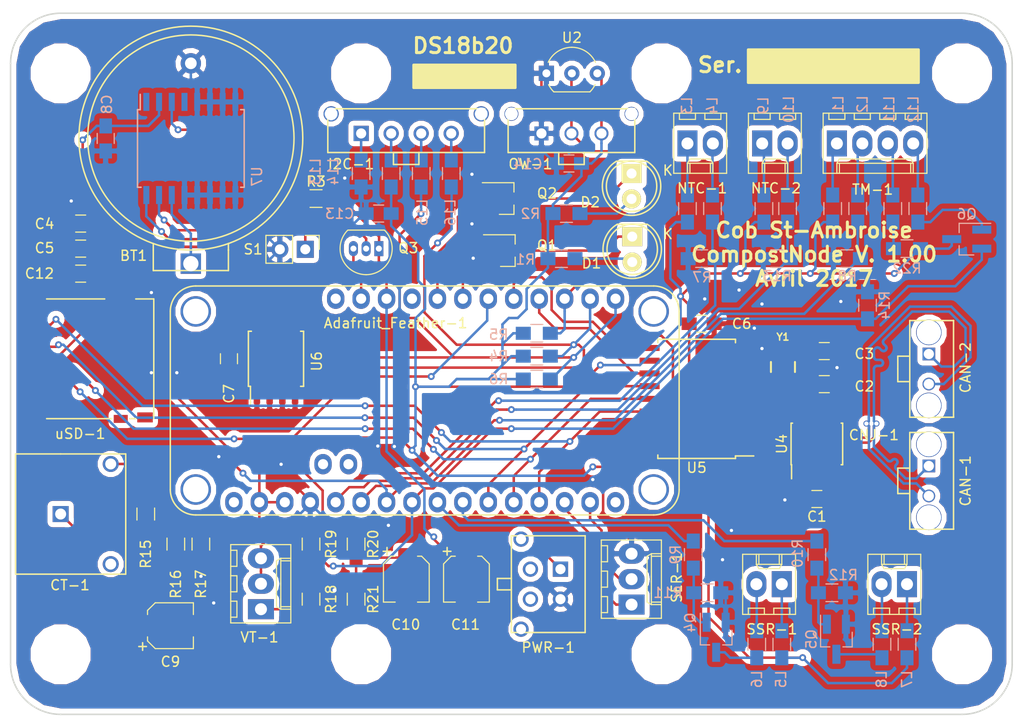
<source format=kicad_pcb>
(kicad_pcb (version 20170123) (host pcbnew no-vcs-found-01f5a12~58~ubuntu16.04.1)
  (title_block (date 2017-02-17))
  (layers (0 Top signal) (31 Bottom signal) (34 B.Paste user) (35 F.Paste user) (36 B.SilkS user) (37 F.SilkS user) (38 B.Mask user) (39 F.Mask user) (44 Edge.Cuts user))
  (net 0 "")
  (net 1 GND)
  (net 2 "Net-(BT1-Pad1)")
  (net 3 "Net-(D1-Pad2)")
  (net 4 "Net-(D2-Pad2)")
  (net 5 +3V3)
  (net 6 /SDA)
  (net 7 /SCL)
  (net 8 /SCK)
  (net 9 /MOSI)
  (net 10 /MISO)
  (net 11 /A2)
  (net 12 /A0)
  (net 13 /A1)
  (net 14 /RX)
  (net 15 /TX)
  (net 16 /VBAT_FEATHER)
  (net 17 /A3)
  (net 18 /LED_1)
  (net 19 /LED_2)
  (net 20 /1_WIRE_IO)
  (net 21 "Net-(U5-Pad4)")
  (net 22 "Net-(C2-Pad1)")
  (net 23 "Net-(D1-Pad1)")
  (net 24 "Net-(D2-Pad1)")
  (net 25 "Net-(Q4-Pad1)")
  (net 26 /A4)
  (net 27 /A5)
  (net 28 /SD_CS)
  (net 29 /MCP2515_CS)
  (net 30 /MCP2515_INT)
  (net 31 "Net-(C3-Pad1)")
  (net 32 "Net-(L6-Pad2)")
  (net 33 "Net-(L8-Pad2)")
  (net 34 /I2C/INT_SQW)
  (net 35 "Net-(Q5-Pad1)")
  (net 36 /PowerMonitoring/SLEEVE)
  (net 37 "Net-(C10-Pad1)")
  (net 38 "Net-(U4-Pad5)")
  (net 39 "Net-(U4-Pad8)")
  (net 40 "Net-(U5-Pad3)")
  (net 41 "Net-(U5-Pad5)")
  (net 42 "Net-(U5-Pad6)")
  (net 43 "Net-(U5-Pad10)")
  (net 44 "Net-(U5-Pad11)")
  (net 45 "Net-(U5-Pad17)")
  (net 46 "Net-(U7-Pad1)")
  (net 47 "Net-(U7-Pad4)")
  (net 48 /SPI/TXC)
  (net 49 /SPI/RXC)
  (net 50 "Net-(L11-Pad2)")
  (net 51 "Net-(L12-Pad2)")
  (net 52 /Connect/CAN+)
  (net 53 /Connect/CAN-)
  (net 54 "Net-(CT-1-Pad3)")
  (net 55 "Net-(I2C-1-Pad1)")
  (net 56 "Net-(I2C-1-Pad2)")
  (net 57 "Net-(I2C-1-Pad3)")
  (net 58 "Net-(I2C-1-Pad4)")
  (net 59 "Net-(L1-Pad1)")
  (net 60 "Net-(L2-Pad1)")
  (net 61 "Net-(L3-Pad1)")
  (net 62 "Net-(L4-Pad1)")
  (net 63 "Net-(L5-Pad1)")
  (net 64 "Net-(L6-Pad1)")
  (net 65 "Net-(L7-Pad1)")
  (net 66 "Net-(L8-Pad1)")
  (net 67 "Net-(L9-Pad1)")
  (net 68 "Net-(L10-Pad1)")
  (net 69 "Net-(L11-Pad1)")
  (net 70 "Net-(L12-Pad1)")
  (net 71 "Net-(PWR-1-Pad3)")
  (net 72 "Net-(PWR-1-Pad4)")
  (net 73 "Net-(R18-Pad2)")
  (net 74 "Net-(uSD-1-Pad1)")
  (net 75 "Net-(uSD-1-Pad8)")
  (net 76 "Net-(Adafruit_Feather-1-Pad32)")
  (net 77 "Net-(Adafruit_Feather-1-Pad33)")
  (net 78 "Net-(Adafruit_Feather-1-Pad30)")
  (net 79 "Net-(Adafruit_Feather-1-Pad28)")
  (net 80 "Net-(Adafruit_Feather-1-Pad1)")
  (net 81 "Net-(Adafruit_Feather-1-Pad31)")
  (net 82 "Net-(Adafruit_Feather-1-Pad16)")
  (module caribou:1Hole (layer Top) (at 185 76)
    (fp_text reference "" (at 0 -3.50012) (layer F.SilkS))
    (fp_text value 1Pin)
    (pad "" np_thru_hole circle (at 0 0) (size 4 4) (drill 4) (layers *.Cu *.Mask) (clearance 1))
  )
  (module caribou:1Hole (layer Top) (at 155 76)
    (fp_text reference "" (at 0 -3.50012) (layer F.SilkS))
    (fp_text value 1Pin)
    (pad "" np_thru_hole circle (at 0 0) (size 4 4) (drill 4) (layers *.Cu *.Mask) (clearance 1))
  )
  (module caribou:1Hole (layer Top) (at 125 76)
    (fp_text reference "" (at 0 -3.50012) (layer F.SilkS))
    (fp_text value 1Pin)
    (pad "" np_thru_hole circle (at 0 0) (size 4 4) (drill 4) (layers *.Cu *.Mask) (clearance 1))
  )
  (module caribou:1Hole (layer Top) (at 95 76)
    (fp_text reference "" (at 0 -3.50012) (layer F.SilkS))
    (fp_text value 1Pin)
    (pad "" np_thru_hole circle (at 0 0) (size 4 4) (drill 4) (layers *.Cu *.Mask) (clearance 1))
  )
  (module caribou:1Hole (layer Top) (at 185 134)
    (fp_text reference "" (at 0 -3.50012) (layer F.SilkS))
    (fp_text value 1Pin)
    (pad "" np_thru_hole circle (at 0 0) (size 4 4) (drill 4) (layers *.Cu *.Mask) (clearance 1))
  )
  (module caribou:1Hole (layer Top) (at 155 134)
    (fp_text reference "" (at 0 -3.50012) (layer F.SilkS))
    (fp_text value 1Pin)
    (pad "" np_thru_hole circle (at 0 0) (size 4 4) (drill 4) (layers *.Cu *.Mask) (clearance 1))
  )
  (module caribou:1Hole (layer Top) (at 125 134)
    (fp_text reference "" (at 0 -3.50012) (layer F.SilkS))
    (fp_text value 1Pin)
    (pad "" np_thru_hole circle (at 0 0) (size 4 4) (drill 4) (layers *.Cu *.Mask) (clearance 1))
  )
  (module caribou:1Hole (layer Top) (at 95 134)
    (fp_text reference "" (at 0 -3.50012) (layer F.SilkS))
    (fp_text value 1Pin)
    (pad "" np_thru_hole circle (at 0 0) (size 4 4) (drill 4) (layers *.Cu *.Mask) (clearance 1))
  )
  (module TO_SOT_Packages_SMD:SOT-23_Handsoldering (layer Bottom) (at 160.447 132.305 270)
    (fp_text reference Q4 (at -1.465 2.601 270) (layer B.SilkS) (effects (justify mirror)))
    (fp_text value MMBT3904)
    (pad 1 smd rect (at -1.5 0.95 270) (size 1.9 0.8) (layers Bottom B.Paste B.Mask) (net 25 "Net-(Q4-Pad1)"))
    (pad 2 smd rect (at -1.5 -0.95 270) (size 1.9 0.8) (layers Bottom B.Paste B.Mask) (net 1 GND))
    (pad 3 smd rect (at 1.5 0 270) (size 1.9 0.8) (layers Bottom B.Paste B.Mask) (net 32 "Net-(L6-Pad2)"))
  )
  (module caribou:0436500417 (layer Top) (at 129.4986 83.904999 180)
    (fp_text reference I2C-1 (at 5.5006 -1.156001 180) (layer F.SilkS))
    (fp_text value I2C)
    (pad "" np_thru_hole circle (at -7.493 3.860799 180) (size 1.524 1.524) (drill 1.27) (layers *.Cu *.Mask))
    (pad "" np_thru_hole circle (at 7.493 3.860799 180) (size 1.524 1.524) (drill 1.27) (layers *.Cu *.Mask))
    (pad 4 thru_hole circle (at -4.4958 1.904999 180) (size 1.524 1.524) (drill 1.016) (layers *.Cu *.Mask) (net 58 "Net-(I2C-1-Pad4)"))
    (pad 3 thru_hole circle (at -1.4986 1.904999 180) (size 1.524 1.524) (drill 1.016) (layers *.Cu *.Mask) (net 57 "Net-(I2C-1-Pad3)"))
    (pad 2 thru_hole circle (at 1.4986 1.904999 180) (size 1.524 1.524) (drill 1.016) (layers *.Cu *.Mask) (net 56 "Net-(I2C-1-Pad2)"))
    (pad 1 thru_hole rect (at 4.4958 1.904999 180) (size 1.524 1.524) (drill 1.016) (layers *.Cu *.Mask) (net 55 "Net-(I2C-1-Pad1)"))
  )
  (module caribou:0436500317 (layer Top) (at 146 83.904999 180)
    (fp_text reference OW-1 (at 4.095 -1.156001 180) (layer F.SilkS))
    (fp_text value 1-Wire)
    (pad "" np_thru_hole circle (at 5.9944 3.860799 180) (size 1.397 1.397) (drill 1.27) (layers *.Cu *.Mask))
    (pad "" np_thru_hole circle (at -5.9944 3.860799 180) (size 1.397 1.397) (drill 1.27) (layers *.Cu *.Mask))
    (pad 3 thru_hole circle (at -2.9972 1.904999 180) (size 1.397 1.397) (drill 1.016) (layers *.Cu *.Mask) (net 5 +3V3))
    (pad 2 thru_hole circle (at 0 1.904999 180) (size 1.397 1.397) (drill 1.016) (layers *.Cu *.Mask) (net 20 /1_WIRE_IO))
    (pad 1 thru_hole rect (at 2.9972 1.904999 180) (size 1.397 1.397) (drill 1.016) (layers *.Cu *.Mask) (net 1 GND))
  )
  (module caribou:0436500219 (layer Top) (at 182.164 105.508 90)
    (fp_text reference CAN-2 (at 0.127 3.175 90) (layer F.SilkS))
    (fp_text value CAN_2)
    (pad HOLE thru_hole circle (at -3.6449 -0.482601 90) (size 2.54 2.54) (drill 2.413) (layers *.Cu *.Mask))
    (pad HOLE thru_hole circle (at 3.644899 -0.482601 90) (size 2.54 2.54) (drill 2.413) (layers *.Cu *.Mask))
    (pad 1 thru_hole rect (at 1.485899 -0.482601 90) (size 1.27 1.27) (drill 1.016) (layers *.Cu *.Mask) (net 52 /Connect/CAN+))
    (pad 2 thru_hole circle (at -1.511301 -0.482601 90) (size 1.27 1.27) (drill 1.016) (layers *.Cu *.Mask) (net 53 /Connect/CAN-))
  )
  (module caribou:0436500219 (layer Top) (at 182.164 116.684 90)
    (fp_text reference CAN-1 (at 0 3.175 90) (layer F.SilkS))
    (fp_text value CAN_1)
    (pad HOLE thru_hole circle (at -3.6449 -0.482601 90) (size 2.54 2.54) (drill 2.413) (layers *.Cu *.Mask))
    (pad HOLE thru_hole circle (at 3.644899 -0.482601 90) (size 2.54 2.54) (drill 2.413) (layers *.Cu *.Mask))
    (pad 1 thru_hole rect (at 1.485899 -0.482601 90) (size 1.27 1.27) (drill 1.016) (layers *.Cu *.Mask) (net 52 /Connect/CAN+))
    (pad 2 thru_hole circle (at -1.511301 -0.482601 90) (size 1.27 1.27) (drill 1.016) (layers *.Cu *.Mask) (net 53 /Connect/CAN-))
  )
  (module caribou:0430450428 (layer Top) (at 140 127 90)
    (fp_text reference PWR-1 (at -6.321 3.683) (layer F.SilkS))
    (fp_text value CONN_01X04)
    (pad 4 thru_hole circle (at -1.4986 1.904999 90) (size 1.524 1.524) (drill 1.016) (layers *.Cu *.Mask) (net 72 "Net-(PWR-1-Pad4)"))
    (pad 3 thru_hole circle (at 1.4986 1.904999 90) (size 1.524 1.524) (drill 1.016) (layers *.Cu *.Mask) (net 71 "Net-(PWR-1-Pad3)"))
    (pad 1 thru_hole rect (at 1.4986 4.902199 90) (size 1.524 1.524) (drill 1.016) (layers *.Cu *.Mask) (net 16 /VBAT_FEATHER))
    (pad 2 thru_hole circle (at -1.4986 4.902199 90) (size 1.524 1.524) (drill 1.016) (layers *.Cu *.Mask) (net 1 GND))
    (pad "" np_thru_hole circle (at 4.4958 0.965199 90) (size 1.524 1.524) (drill 1.016) (layers *.Cu *.Mask))
    (pad "" np_thru_hole circle (at -4.4958 0.965199 90) (size 1.524 1.524) (drill 1.016) (layers *.Cu *.Mask))
  )
  (module caribou:SJ1-3523N (layer Top) (at 95 120)
    (fp_text reference CT-1 (at 0.931 7.098 180) (layer F.SilkS))
    (fp_text value JACK_TRS_3PINS)
    (pad 1 thru_hole rect (at 0 0) (size 1.6 1.6) (drill 1.1) (layers *.Cu *.Mask) (net 36 /PowerMonitoring/SLEEVE))
    (pad 3 thru_hole circle (at 5 5) (size 1.6 1.6) (drill 1.1) (layers *.Cu *.Mask) (net 54 "Net-(CT-1-Pad3)"))
    (pad 2 thru_hole circle (at 5 -5) (size 1.6 1.6) (drill 1.1) (layers *.Cu *.Mask) (net 11 /A2))
  )
  (module Housings_SOIC:SOIJ-8_5.3x5.3mm_Pitch1.27mm (layer Top) (at 116.5 104.5 90)
    (fp_text reference U6 (at -0.246 4.069 90) (layer F.SilkS))
    (fp_text value AT24LC256)
    (pad 8 smd rect (at 3.65 -1.905 90) (size 1.7 0.65) (layers Top F.Paste F.Mask) (net 5 +3V3))
    (pad 7 smd rect (at 3.65 -0.635 90) (size 1.7 0.65) (layers Top F.Paste F.Mask) (net 1 GND))
    (pad 6 smd rect (at 3.65 0.635 90) (size 1.7 0.65) (layers Top F.Paste F.Mask) (net 7 /SCL))
    (pad 5 smd rect (at 3.65 1.905 90) (size 1.7 0.65) (layers Top F.Paste F.Mask) (net 6 /SDA))
    (pad 4 smd rect (at -3.65 1.905 90) (size 1.7 0.65) (layers Top F.Paste F.Mask) (net 1 GND))
    (pad 3 smd rect (at -3.65 0.635 90) (size 1.7 0.65) (layers Top F.Paste F.Mask) (net 1 GND))
    (pad 2 smd rect (at -3.65 -0.635 90) (size 1.7 0.65) (layers Top F.Paste F.Mask) (net 1 GND))
    (pad 1 smd rect (at -3.65 -1.905 90) (size 1.7 0.65) (layers Top F.Paste F.Mask) (net 1 GND))
  )
  (module Resistors_SMD:R_0805_HandSoldering (layer Bottom) (at 170.5 124.05 90)
    (fp_text reference R10 (at 0.127 -1.925 90) (layer B.SilkS) (effects (justify mirror)))
    (fp_text value 1k)
    (pad 1 smd rect (at -1.35 0 90) (size 1.5 1.3) (layers Bottom B.Paste B.Mask) (net 35 "Net-(Q5-Pad1)"))
    (pad 2 smd rect (at 1.35 0 90) (size 1.5 1.3) (layers Bottom B.Paste B.Mask) (net 27 /A5))
  )
  (module Capacitors_SMD:C_0805_HandSoldering (layer Top) (at 97 93.5 180)
    (fp_text reference C5 (at 3.609 0.057 180) (layer F.SilkS))
    (fp_text value 0.1uF)
    (pad 2 smd rect (at 1.25 0 180) (size 1.5 1.25) (layers Top F.Paste F.Mask) (net 1 GND))
    (pad 1 smd rect (at -1.25 0 180) (size 1.5 1.25) (layers Top F.Paste F.Mask) (net 5 +3V3))
  )
  (module caribou:114-00841-68 (layer Top) (at 93.5 104.5 270)
    (fp_text reference uSD-1 (at 7.485 -3.447) (layer F.SilkS))
    (fp_text value Micro_SD_Card_no_shield)
    (pad "" smd rect (at 5.85 -9.925 270) (size 1 1.55) (layers Top F.Paste F.Mask))
    (pad "" smd rect (at 6 -7.5 270) (size 0.8 1.4) (layers Top F.Paste F.Mask))
    (pad "" smd rect (at -5.625 -8.35 270) (size 1.45 1) (layers Top F.Paste F.Mask))
    (pad "" smd rect (at -5.95 -6.85 270) (size 0.8 1.5) (layers Top F.Paste F.Mask))
    (pad "" smd rect (at -5.7 0.75 270) (size 1.3 1.5) (layers Top F.Paste F.Mask))
    (pad "" smd rect (at 5.65 0.75 270) (size 1.5 1.5) (layers Top F.Paste F.Mask))
    (pad 1 smd rect (at 3.2 0.875 270) (size 0.7 1.75) (layers Top F.Paste F.Mask) (net 74 "Net-(uSD-1-Pad1)"))
    (pad 2 smd rect (at 2.1 0.875 270) (size 0.7 1.75) (layers Top F.Paste F.Mask) (net 28 /SD_CS))
    (pad 3 smd rect (at 1 0.875 270) (size 0.7 1.75) (layers Top F.Paste F.Mask) (net 9 /MOSI))
    (pad 4 smd rect (at -0.1 0.875 270) (size 0.7 1.75) (layers Top F.Paste F.Mask) (net 5 +3V3))
    (pad 5 smd rect (at -1.2 0.875 270) (size 0.7 1.75) (layers Top F.Paste F.Mask) (net 8 /SCK))
    (pad 6 smd rect (at -2.3 0.875 270) (size 0.7 1.75) (layers Top F.Paste F.Mask) (net 1 GND))
    (pad 7 smd rect (at -3.4 0.875 270) (size 0.7 1.75) (layers Top F.Paste F.Mask) (net 10 /MISO))
    (pad 8 smd rect (at -4.5 0.875 270) (size 0.7 1.75) (layers Top F.Paste F.Mask) (net 75 "Net-(uSD-1-Pad8)"))
  )
  (module Resistors_SMD:R_0805_HandSoldering (layer Bottom) (at 142.54 101.952)
    (fp_text reference R5 (at -3.81 0.127) (layer B.SilkS) (effects (justify mirror)))
    (fp_text value 4.7k)
    (pad 2 smd rect (at 1.35 0) (size 1.5 1.3) (layers Bottom B.Paste B.Mask) (net 20 /1_WIRE_IO))
    (pad 1 smd rect (at -1.35 0) (size 1.5 1.3) (layers Bottom B.Paste B.Mask) (net 5 +3V3))
  )
  (module Capacitors_SMD:CP_Elec_4x4.5 (layer Top) (at 135.5 126.5 270)
    (fp_text reference C11 (at 4.535 0.072) (layer F.SilkS))
    (fp_text value 10uF)
    (fp_text user + (at -2.78 1.99 90) (layer F.SilkS))
    (pad 2 smd rect (at 1.8 0 90) (size 2.6 1.6) (layers Top F.Paste F.Mask) (net 1 GND))
    (pad 1 smd rect (at -1.8 0 90) (size 2.6 1.6) (layers Top F.Paste F.Mask) (net 16 /VBAT_FEATHER))
  )
  (module Capacitors_SMD:C_0805_HandSoldering (layer Top) (at 170.5 118.5 180)
    (fp_text reference C1 (at 0 -1.75 180) (layer F.SilkS))
    (fp_text value 0.1uF)
    (pad 2 smd rect (at 1.25 0 180) (size 1.5 1.25) (layers Top F.Paste F.Mask) (net 1 GND))
    (pad 1 smd rect (at -1.25 0 180) (size 1.5 1.25) (layers Top F.Paste F.Mask) (net 5 +3V3))
  )
  (module Capacitors_SMD:C_0805_HandSoldering (layer Top) (at 171.242 107.032)
    (fp_text reference C2 (at 4 0.224) (layer F.SilkS))
    (fp_text value 10pF)
    (pad 1 smd rect (at -1.25 0) (size 1.5 1.25) (layers Top F.Paste F.Mask) (net 22 "Net-(C2-Pad1)"))
    (pad 2 smd rect (at 1.25 0) (size 1.5 1.25) (layers Top F.Paste F.Mask) (net 1 GND))
  )
  (module Capacitors_SMD:C_0805_HandSoldering (layer Top) (at 171.242 103.73)
    (fp_text reference C3 (at 4 0.272) (layer F.SilkS))
    (fp_text value 10pF)
    (pad 2 smd rect (at 1.25 0) (size 1.5 1.25) (layers Top F.Paste F.Mask) (net 1 GND))
    (pad 1 smd rect (at -1.25 0) (size 1.5 1.25) (layers Top F.Paste F.Mask) (net 31 "Net-(C3-Pad1)"))
  )
  (module Capacitors_SMD:C_0805_HandSoldering (layer Top) (at 97 91 180)
    (fp_text reference C4 (at 3.609 -0.03 180) (layer F.SilkS))
    (fp_text value 0.1uF)
    (pad 1 smd rect (at -1.25 0 180) (size 1.5 1.25) (layers Top F.Paste F.Mask) (net 5 +3V3))
    (pad 2 smd rect (at 1.25 0 180) (size 1.5 1.25) (layers Top F.Paste F.Mask) (net 1 GND))
  )
  (module Capacitors_SMD:C_0805_HandSoldering (layer Top) (at 159 101)
    (fp_text reference C6 (at 4 0) (layer F.SilkS))
    (fp_text value 0.1uF)
    (pad 1 smd rect (at -1.25 0) (size 1.5 1.25) (layers Top F.Paste F.Mask) (net 5 +3V3))
    (pad 2 smd rect (at 1.25 0) (size 1.5 1.25) (layers Top F.Paste F.Mask) (net 1 GND))
  )
  (module Capacitors_SMD:C_0805_HandSoldering (layer Top) (at 111.806 104.492 270)
    (fp_text reference C7 (at 3.5 0 270) (layer F.SilkS))
    (fp_text value 0.1uF)
    (pad 1 smd rect (at -1.25 0 270) (size 1.5 1.25) (layers Top F.Paste F.Mask) (net 5 +3V3))
    (pad 2 smd rect (at 1.25 0 270) (size 1.5 1.25) (layers Top F.Paste F.Mask) (net 1 GND))
  )
  (module Capacitors_SMD:C_0805_HandSoldering (layer Bottom) (at 99.5 82.5 270)
    (fp_text reference C8 (at -3.408 -0.114 270) (layer B.SilkS) (effects (justify mirror)))
    (fp_text value 0.1uF)
    (pad 2 smd rect (at 1.25 0 270) (size 1.5 1.25) (layers Bottom B.Paste B.Mask) (net 1 GND))
    (pad 1 smd rect (at -1.25 0 270) (size 1.5 1.25) (layers Bottom B.Paste B.Mask) (net 5 +3V3))
  )
  (module LEDs:LED-5MM (layer Top) (at 152.065 92.3 270)
    (fp_text reference D1 (at 2.667 4.064 180) (layer F.SilkS))
    (fp_text value LED)
    (fp_text user K (at -0.254 -3.556) (layer F.SilkS))
    (pad 1 thru_hole rect (at 0 0) (size 2 1.9) (drill 1.00076) (layers *.Cu *.Mask F.SilkS) (net 23 "Net-(D1-Pad1)"))
    (pad 2 thru_hole circle (at 2.54 0 270) (size 1.9 1.9) (drill 1.00076) (layers *.Cu *.Mask F.SilkS) (net 3 "Net-(D1-Pad2)"))
  )
  (module LEDs:LED-5MM (layer Top) (at 152 86 270)
    (fp_text reference D2 (at 2.871 4.126) (layer F.SilkS))
    (fp_text value LED)
    (fp_text user K (at -0.304 -3.621) (layer F.SilkS))
    (pad 2 thru_hole circle (at 2.54 0 270) (size 1.9 1.9) (drill 1.00076) (layers *.Cu *.Mask F.SilkS) (net 4 "Net-(D2-Pad2)"))
    (pad 1 thru_hole rect (at 0 0) (size 2 1.9) (drill 1.00076) (layers *.Cu *.Mask F.SilkS) (net 24 "Net-(D2-Pad1)"))
  )
  (module caribou:CAN_NODE_JONCTION (layer Top) (at 176.449 110.969 180)
    (fp_text reference CNJ-1 (at 0.254 -1.143 180) (layer F.SilkS))
    (fp_text value CAN_NODE_JUNCTION)
    (pad 1 thru_hole circle (at 0 0 180) (size 0.6 0.6) (drill 0.4) (layers *.Cu *.Mask) (net 52 /Connect/CAN+))
    (pad 2 thru_hole circle (at 1 0 180) (size 0.6 0.6) (drill 0.4) (layers *.Cu *.Mask) (net 53 /Connect/CAN-))
  )
  (module Resistors_SMD:R_0805_HandSoldering (layer Bottom) (at 172.08 89.5 270)
    (fp_text reference L1 (at -10.408 -0.559 270) (layer B.SilkS) (effects (justify mirror)))
    (fp_text value L_Core_Ferrite)
    (pad 2 smd rect (at 1.35 0 270) (size 1.5 1.3) (layers Bottom B.Paste B.Mask) (net 5 +3V3))
    (pad 1 smd rect (at -1.35 0 270) (size 1.5 1.3) (layers Bottom B.Paste B.Mask) (net 59 "Net-(L1-Pad1)"))
  )
  (module Resistors_SMD:R_0805_HandSoldering (layer Bottom) (at 174.58 89.5 270)
    (fp_text reference L2 (at -10.408 -0.472 270) (layer B.SilkS) (effects (justify mirror)))
    (fp_text value L_Core_Ferrite)
    (pad 1 smd rect (at -1.35 0 270) (size 1.5 1.3) (layers Bottom B.Paste B.Mask) (net 60 "Net-(L2-Pad1)"))
    (pad 2 smd rect (at 1.35 0 270) (size 1.5 1.3) (layers Bottom B.Paste B.Mask) (net 11 /A2))
  )
  (module Resistors_SMD:R_0805_HandSoldering (layer Bottom) (at 157.58 89.5 270)
    (fp_text reference L3 (at -10.281 0.054 270) (layer B.SilkS) (effects (justify mirror)))
    (fp_text value L_Core_Ferrite)
    (pad 1 smd rect (at -1.35 0 270) (size 1.5 1.3) (layers Bottom B.Paste B.Mask) (net 61 "Net-(L3-Pad1)"))
    (pad 2 smd rect (at 1.35 0 270) (size 1.5 1.3) (layers Bottom B.Paste B.Mask) (net 5 +3V3))
  )
  (module Resistors_SMD:R_0805_HandSoldering (layer Bottom) (at 160.08 89.5 270)
    (fp_text reference L4 (at -10.281 0.014 270) (layer B.SilkS) (effects (justify mirror)))
    (fp_text value L_Core_Ferrite)
    (pad 2 smd rect (at 1.35 0 270) (size 1.5 1.3) (layers Bottom B.Paste B.Mask) (net 12 /A0))
    (pad 1 smd rect (at -1.35 0 270) (size 1.5 1.3) (layers Bottom B.Paste B.Mask) (net 62 "Net-(L4-Pad1)"))
  )
  (module Resistors_SMD:R_0805_HandSoldering (layer Bottom) (at 167 133 270)
    (fp_text reference L5 (at 3.496 0.076 270) (layer B.SilkS) (effects (justify mirror)))
    (fp_text value L_Core_Ferrite)
    (pad 1 smd rect (at -1.35 0 270) (size 1.5 1.3) (layers Bottom B.Paste B.Mask) (net 63 "Net-(L5-Pad1)"))
    (pad 2 smd rect (at 1.35 0 270) (size 1.5 1.3) (layers Bottom B.Paste B.Mask) (net 5 +3V3))
  )
  (module Resistors_SMD:R_0805_HandSoldering (layer Bottom) (at 164.5 133 270)
    (fp_text reference L6 (at 3.496 -0.011 270) (layer B.SilkS) (effects (justify mirror)))
    (fp_text value L_Core_Ferrite)
    (pad 2 smd rect (at 1.35 0 270) (size 1.5 1.3) (layers Bottom B.Paste B.Mask) (net 32 "Net-(L6-Pad2)"))
    (pad 1 smd rect (at -1.35 0 270) (size 1.5 1.3) (layers Bottom B.Paste B.Mask) (net 64 "Net-(L6-Pad1)"))
  )
  (module Resistors_SMD:R_0805_HandSoldering (layer Bottom) (at 179.5 133 270)
    (fp_text reference L7 (at 3.496 0 270) (layer B.SilkS) (effects (justify mirror)))
    (fp_text value L_Core_Ferrite)
    (pad 1 smd rect (at -1.35 0 270) (size 1.5 1.3) (layers Bottom B.Paste B.Mask) (net 65 "Net-(L7-Pad1)"))
    (pad 2 smd rect (at 1.35 0 270) (size 1.5 1.3) (layers Bottom B.Paste B.Mask) (net 5 +3V3))
  )
  (module Resistors_SMD:R_0805_HandSoldering (layer Bottom) (at 177 133 270)
    (fp_text reference L8 (at 3.496 0.043 270) (layer B.SilkS) (effects (justify mirror)))
    (fp_text value L_Core_Ferrite)
    (pad 2 smd rect (at 1.35 0 270) (size 1.5 1.3) (layers Bottom B.Paste B.Mask) (net 33 "Net-(L8-Pad2)"))
    (pad 1 smd rect (at -1.35 0 270) (size 1.5 1.3) (layers Bottom B.Paste B.Mask) (net 66 "Net-(L8-Pad1)"))
  )
  (module Resistors_SMD:R_0805_HandSoldering (layer Bottom) (at 165.216 89.5 270)
    (fp_text reference L9 (at -10.281 0.07 270) (layer B.SilkS) (effects (justify mirror)))
    (fp_text value L_Core_Ferrite)
    (pad 2 smd rect (at 1.35 0 270) (size 1.5 1.3) (layers Bottom B.Paste B.Mask) (net 5 +3V3))
    (pad 1 smd rect (at -1.35 0 270) (size 1.5 1.3) (layers Bottom B.Paste B.Mask) (net 67 "Net-(L9-Pad1)"))
  )
  (module Resistors_SMD:R_0805_HandSoldering (layer Bottom) (at 167.58 89.5 270)
    (fp_text reference L10 (at -9.9 -0.106 270) (layer B.SilkS) (effects (justify mirror)))
    (fp_text value L_Core_Ferrite)
    (pad 1 smd rect (at -1.35 0 270) (size 1.5 1.3) (layers Bottom B.Paste B.Mask) (net 68 "Net-(L10-Pad1)"))
    (pad 2 smd rect (at 1.35 0 270) (size 1.5 1.3) (layers Bottom B.Paste B.Mask) (net 13 /A1))
  )
  (module Resistors_SMD:R_0805_HandSoldering (layer Bottom) (at 178.08 89.5 270)
    (fp_text reference L11 (at -9.9 0.361 270) (layer B.SilkS) (effects (justify mirror)))
    (fp_text value L_Core_Ferrite)
    (pad 2 smd rect (at 1.35 0 270) (size 1.5 1.3) (layers Bottom B.Paste B.Mask) (net 50 "Net-(L11-Pad2)"))
    (pad 1 smd rect (at -1.35 0 270) (size 1.5 1.3) (layers Bottom B.Paste B.Mask) (net 69 "Net-(L11-Pad1)"))
  )
  (module Resistors_SMD:R_0805_HandSoldering (layer Bottom) (at 180.58 89.5 270)
    (fp_text reference L12 (at -9.9 0.448 270) (layer B.SilkS) (effects (justify mirror)))
    (fp_text value L_Core_Ferrite)
    (pad 1 smd rect (at -1.35 0 270) (size 1.5 1.3) (layers Bottom B.Paste B.Mask) (net 70 "Net-(L12-Pad1)"))
    (pad 2 smd rect (at 1.35 0 270) (size 1.5 1.3) (layers Bottom B.Paste B.Mask) (net 51 "Net-(L12-Pad2)"))
  )
  (module Resistors_SMD:R_0805_HandSoldering (layer Bottom) (at 125 86 270)
    (fp_text reference L13 (at -0.177 4.558 270) (layer B.SilkS) (effects (justify mirror)))
    (fp_text value L_Core_Ferrite)
    (pad 1 smd rect (at -1.35 0 270) (size 1.5 1.3) (layers Bottom B.Paste B.Mask) (net 55 "Net-(I2C-1-Pad1)"))
    (pad 2 smd rect (at 1.35 0 270) (size 1.5 1.3) (layers Bottom B.Paste B.Mask) (net 1 GND))
  )
  (module Resistors_SMD:R_0805_HandSoldering (layer Bottom) (at 128 86 270)
    (fp_text reference L14 (at -0.177 5.78 270) (layer B.SilkS) (effects (justify mirror)))
    (fp_text value L_Core_Ferrite)
    (pad 2 smd rect (at 1.35 0 270) (size 1.5 1.3) (layers Bottom B.Paste B.Mask) (net 5 +3V3))
    (pad 1 smd rect (at -1.35 0 270) (size 1.5 1.3) (layers Bottom B.Paste B.Mask) (net 56 "Net-(I2C-1-Pad2)"))
  )
  (module Resistors_SMD:R_0805_HandSoldering (layer Bottom) (at 131 86 270)
    (fp_text reference L15 (at 3.887 -0.11 270) (layer B.SilkS) (effects (justify mirror)))
    (fp_text value L_Core_Ferrite)
    (pad 2 smd rect (at 1.35 0 270) (size 1.5 1.3) (layers Bottom B.Paste B.Mask) (net 6 /SDA))
    (pad 1 smd rect (at -1.35 0 270) (size 1.5 1.3) (layers Bottom B.Paste B.Mask) (net 57 "Net-(I2C-1-Pad3)"))
  )
  (module Resistors_SMD:R_0805_HandSoldering (layer Bottom) (at 134 86 270)
    (fp_text reference L16 (at 3.887 0.096 270) (layer B.SilkS) (effects (justify mirror)))
    (fp_text value L_Core_Ferrite)
    (pad 2 smd rect (at 1.35 0 270) (size 1.5 1.3) (layers Bottom B.Paste B.Mask) (net 7 /SCL))
    (pad 1 smd rect (at -1.35 0 270) (size 1.5 1.3) (layers Bottom B.Paste B.Mask) (net 58 "Net-(I2C-1-Pad4)"))
  )
  (module TO_SOT_Packages_THT:TO-92_Inline_Narrow_Oval (layer Top) (at 126.77 93.5 180)
    (fp_text reference Q3 (at -2.943 0.057 180) (layer F.SilkS))
    (fp_text value LP0701_SGD)
    (pad 1 thru_hole rect (at 0 0) (size 0.9 1.5) (drill 0.6) (layers *.Cu *.Mask) (net 16 /VBAT_FEATHER))
    (pad 3 thru_hole oval (at 2.54 0) (size 0.9 1.5) (drill 0.6) (layers *.Cu *.Mask) (net 78 "Net-(Adafruit_Feather-1-Pad30)"))
    (pad 2 thru_hole oval (at 1.27 0) (size 0.9 1.5) (drill 0.6) (layers *.Cu *.Mask) (net 34 /I2C/INT_SQW))
  )
  (module Resistors_SMD:R_0805_HandSoldering (layer Bottom) (at 145 94.5)
    (fp_text reference R1 (at -3.603 0.086) (layer B.SilkS) (effects (justify mirror)))
    (fp_text value 1k)
    (pad 1 smd rect (at -1.35 0) (size 1.5 1.3) (layers Bottom B.Paste B.Mask) (net 5 +3V3))
    (pad 2 smd rect (at 1.35 0) (size 1.5 1.3) (layers Bottom B.Paste B.Mask) (net 3 "Net-(D1-Pad2)"))
  )
  (module Resistors_SMD:R_0805_HandSoldering (layer Bottom) (at 145.5 90)
    (fp_text reference R2 (at -3.595 0.014) (layer B.SilkS) (effects (justify mirror)))
    (fp_text value 1k)
    (pad 1 smd rect (at -1.35 0) (size 1.5 1.3) (layers Bottom B.Paste B.Mask) (net 5 +3V3))
    (pad 2 smd rect (at 1.35 0) (size 1.5 1.3) (layers Bottom B.Paste B.Mask) (net 4 "Net-(D2-Pad2)"))
  )
  (module Resistors_SMD:R_0805_HandSoldering (layer Top) (at 120.5 88.5)
    (fp_text reference R3 (at 0 -1.7) (layer F.SilkS))
    (fp_text value 50k)
    (pad 2 smd rect (at 1.35 0) (size 1.5 1.3) (layers Top F.Paste F.Mask) (net 16 /VBAT_FEATHER))
    (pad 1 smd rect (at -1.35 0) (size 1.5 1.3) (layers Top F.Paste F.Mask) (net 34 /I2C/INT_SQW))
  )
  (module Resistors_SMD:R_0805_HandSoldering (layer Bottom) (at 142.54 104.238)
    (fp_text reference R4 (at -3.81 0) (layer B.SilkS) (effects (justify mirror)))
    (fp_text value 2.2k)
    (pad 1 smd rect (at -1.35 0) (size 1.5 1.3) (layers Bottom B.Paste B.Mask) (net 5 +3V3))
    (pad 2 smd rect (at 1.35 0) (size 1.5 1.3) (layers Bottom B.Paste B.Mask) (net 7 /SCL))
  )
  (module Resistors_SMD:R_0805_HandSoldering (layer Bottom) (at 142.54 106.524)
    (fp_text reference R6 (at -3.81 0) (layer B.SilkS) (effects (justify mirror)))
    (fp_text value 2.2k)
    (pad 1 smd rect (at -1.35 0) (size 1.5 1.3) (layers Bottom B.Paste B.Mask) (net 5 +3V3))
    (pad 2 smd rect (at 1.35 0) (size 1.5 1.3) (layers Bottom B.Paste B.Mask) (net 6 /SDA))
  )
  (module Resistors_SMD:R_0805_HandSoldering (layer Bottom) (at 159 94.5 180)
    (fp_text reference R7 (at -0.05 -1.864 180) (layer B.SilkS) (effects (justify mirror)))
    (fp_text value 10k)
    (pad 1 smd rect (at -1.35 0 180) (size 1.5 1.3) (layers Bottom B.Paste B.Mask) (net 12 /A0))
    (pad 2 smd rect (at 1.35 0 180) (size 1.5 1.3) (layers Bottom B.Paste B.Mask) (net 1 GND))
  )
  (module Resistors_SMD:R_0805_HandSoldering (layer Bottom) (at 173.5 94.5 180)
    (fp_text reference R8 (at -0.028 -1.737 180) (layer B.SilkS) (effects (justify mirror)))
    (fp_text value 10k)
    (pad 1 smd rect (at -1.35 0 180) (size 1.5 1.3) (layers Bottom B.Paste B.Mask) (net 11 /A2))
    (pad 2 smd rect (at 1.35 0 180) (size 1.5 1.3) (layers Bottom B.Paste B.Mask) (net 1 GND))
  )
  (module Resistors_SMD:R_0805_HandSoldering (layer Bottom) (at 158.161 124.05 90)
    (fp_text reference R9 (at 0 -1.778 90) (layer B.SilkS) (effects (justify mirror)))
    (fp_text value 1k)
    (pad 1 smd rect (at -1.35 0 90) (size 1.5 1.3) (layers Bottom B.Paste B.Mask) (net 25 "Net-(Q4-Pad1)"))
    (pad 2 smd rect (at 1.35 0 90) (size 1.5 1.3) (layers Bottom B.Paste B.Mask) (net 26 /A4))
  )
  (module Resistors_SMD:R_0805_HandSoldering (layer Bottom) (at 159.558 127.86 180)
    (fp_text reference R11 (at 3.937 0 180) (layer B.SilkS) (effects (justify mirror)))
    (fp_text value 10k)
    (pad 2 smd rect (at 1.35 0 180) (size 1.5 1.3) (layers Bottom B.Paste B.Mask) (net 25 "Net-(Q4-Pad1)"))
    (pad 1 smd rect (at -1.35 0 180) (size 1.5 1.3) (layers Bottom B.Paste B.Mask) (net 1 GND))
  )
  (module Resistors_SMD:R_0805_HandSoldering (layer Bottom) (at 172.004 127.86 180)
    (fp_text reference R12 (at -1.143 1.778 180) (layer B.SilkS) (effects (justify mirror)))
    (fp_text value 10k)
    (pad 2 smd rect (at 1.35 0 180) (size 1.5 1.3) (layers Bottom B.Paste B.Mask) (net 35 "Net-(Q5-Pad1)"))
    (pad 1 smd rect (at -1.35 0 180) (size 1.5 1.3) (layers Bottom B.Paste B.Mask) (net 1 GND))
  )
  (module Resistors_SMD:R_0805_HandSoldering (layer Bottom) (at 166.5 94.5 180)
    (fp_text reference R13 (at -0.043 -1.737 180) (layer B.SilkS) (effects (justify mirror)))
    (fp_text value 10k)
    (pad 2 smd rect (at 1.35 0 180) (size 1.5 1.3) (layers Bottom B.Paste B.Mask) (net 1 GND))
    (pad 1 smd rect (at -1.35 0 180) (size 1.5 1.3) (layers Bottom B.Paste B.Mask) (net 13 /A1))
  )
  (module Resistors_SMD:R_0805_HandSoldering (layer Bottom) (at 175.56 99.158 90)
    (fp_text reference R14 (at 0 1.7 90) (layer B.SilkS) (effects (justify mirror)))
    (fp_text value 10k)
    (pad 1 smd rect (at -1.35 0 90) (size 1.5 1.3) (layers Bottom B.Paste B.Mask) (net 17 /A3))
    (pad 2 smd rect (at 1.35 0 90) (size 1.5 1.3) (layers Bottom B.Paste B.Mask) (net 1 GND))
  )
  (module Resistors_SMD:R_0805_HandSoldering (layer Top) (at 103.5 120 270)
    (fp_text reference R15 (at 4 0 270) (layer F.SilkS))
    (fp_text value 100)
    (pad 2 smd rect (at 1.35 0 270) (size 1.5 1.3) (layers Top F.Paste F.Mask) (net 36 /PowerMonitoring/SLEEVE))
    (pad 1 smd rect (at -1.35 0 270) (size 1.5 1.3) (layers Top F.Paste F.Mask) (net 11 /A2))
  )
  (module Resistors_SMD:R_0805_HandSoldering (layer Top) (at 106.5 123 90)
    (fp_text reference R16 (at -4 0 90) (layer F.SilkS))
    (fp_text value 10k)
    (pad 1 smd rect (at -1.35 0 90) (size 1.5 1.3) (layers Top F.Paste F.Mask) (net 5 +3V3))
    (pad 2 smd rect (at 1.35 0 90) (size 1.5 1.3) (layers Top F.Paste F.Mask) (net 36 /PowerMonitoring/SLEEVE))
  )
  (module Resistors_SMD:R_0805_HandSoldering (layer Top) (at 109 123 270)
    (fp_text reference R17 (at 4 0 270) (layer F.SilkS))
    (fp_text value 10k)
    (pad 2 smd rect (at 1.35 0 270) (size 1.5 1.3) (layers Top F.Paste F.Mask) (net 1 GND))
    (pad 1 smd rect (at -1.35 0 270) (size 1.5 1.3) (layers Top F.Paste F.Mask) (net 36 /PowerMonitoring/SLEEVE))
  )
  (module Resistors_SMD:R_0805_HandSoldering (layer Top) (at 120 128.5 270)
    (fp_text reference R18 (at 0 -2 270) (layer F.SilkS))
    (fp_text value 100k)
    (pad 2 smd rect (at 1.35 0 270) (size 1.5 1.3) (layers Top F.Paste F.Mask) (net 73 "Net-(R18-Pad2)"))
    (pad 1 smd rect (at -1.35 0 270) (size 1.5 1.3) (layers Top F.Paste F.Mask) (net 17 /A3))
  )
  (module Resistors_SMD:R_0805_HandSoldering (layer Top) (at 120 123 90)
    (fp_text reference R19 (at 0 2 90) (layer F.SilkS))
    (fp_text value 10k)
    (pad 1 smd rect (at -1.35 0 90) (size 1.5 1.3) (layers Top F.Paste F.Mask) (net 17 /A3))
    (pad 2 smd rect (at 1.35 0 90) (size 1.5 1.3) (layers Top F.Paste F.Mask) (net 37 "Net-(C10-Pad1)"))
  )
  (module Resistors_SMD:R_0805_HandSoldering (layer Top) (at 124.5 123 270)
    (fp_text reference R20 (at 0 -1.7 270) (layer F.SilkS))
    (fp_text value 10k)
    (pad 1 smd rect (at -1.35 0 270) (size 1.5 1.3) (layers Top F.Paste F.Mask) (net 5 +3V3))
    (pad 2 smd rect (at 1.35 0 270) (size 1.5 1.3) (layers Top F.Paste F.Mask) (net 37 "Net-(C10-Pad1)"))
  )
  (module Resistors_SMD:R_0805_HandSoldering (layer Top) (at 124.5 128.5 270)
    (fp_text reference R21 (at 0 -1.7 270) (layer F.SilkS))
    (fp_text value 10k)
    (pad 2 smd rect (at 1.35 0 270) (size 1.5 1.3) (layers Top F.Paste F.Mask) (net 1 GND))
    (pad 1 smd rect (at -1.35 0 270) (size 1.5 1.3) (layers Top F.Paste F.Mask) (net 37 "Net-(C10-Pad1)"))
  )
  (module Pin_Headers:Pin_Header_Straight_1x02_Pitch2.54mm (layer Top) (at 119.426 93.57 270)
    (fp_text reference S1 (at 0 5.207) (layer F.SilkS))
    (fp_text value ORD211-1015)
    (pad 1 thru_hole rect (at 0 0 270) (size 1.7 1.7) (drill 1) (layers *.Cu *.Mask) (net 34 /I2C/INT_SQW))
    (pad 2 thru_hole oval (at 0 2.54 270) (size 1.7 1.7) (drill 1) (layers *.Cu *.Mask) (net 1 GND))
  )
  (module caribou:FEATHER_MO_LORA (layer Top) (at 112.308 118.83)
    (fp_text reference Adafruit_Feather-1 (at 16.135 -17.894) (layer F.SilkS))
    (fp_text value FEATHER_MO_LORA)
    (pad 32 thru_hole oval (at 11.43 -3.81) (size 1.7272 2.032) (drill 1.016) (layers *.Cu *.Mask) (net 76 "Net-(Adafruit_Feather-1-Pad32)"))
    (pad 33 thru_hole oval (at 8.89 -3.81) (size 1.7272 2.032) (drill 1.016) (layers *.Cu *.Mask) (net 77 "Net-(Adafruit_Feather-1-Pad33)"))
    (pad 30 thru_hole oval (at 12.692 -20.33) (size 1.7272 2.032) (drill 1.016) (layers *.Cu *.Mask) (net 78 "Net-(Adafruit_Feather-1-Pad30)"))
    (pad 29 thru_hole oval (at 15.232 -20.33) (size 1.7272 2.032) (drill 1.016) (layers *.Cu *.Mask) (net 16 /VBAT_FEATHER))
    (pad 28 thru_hole oval (at 17.772 -20.33) (size 1.7272 2.032) (drill 1.016) (layers *.Cu *.Mask) (net 79 "Net-(Adafruit_Feather-1-Pad28)"))
    (pad 27 thru_hole oval (at 20.312 -20.33) (size 1.7272 2.032) (drill 1.016) (layers *.Cu *.Mask) (net 19 /LED_2))
    (pad 26 thru_hole oval (at 22.852 -20.33) (size 1.7272 2.032) (drill 1.016) (layers *.Cu *.Mask) (net 18 /LED_1))
    (pad 25 thru_hole oval (at 25.392 -20.33) (size 1.7272 2.032) (drill 1.016) (layers *.Cu *.Mask) (net 28 /SD_CS))
    (pad 24 thru_hole oval (at 27.932 -20.33) (size 1.7272 2.032) (drill 1.016) (layers *.Cu *.Mask) (net 29 /MCP2515_CS))
    (pad 23 thru_hole oval (at 30.472 -20.33) (size 1.7272 2.032) (drill 1.016) (layers *.Cu *.Mask) (net 30 /MCP2515_INT))
    (pad 22 thru_hole oval (at 33.012 -20.33) (size 1.7272 2.032) (drill 1.016) (layers *.Cu *.Mask) (net 20 /1_WIRE_IO))
    (pad 21 thru_hole oval (at 35.552 -20.33) (size 1.7272 2.032) (drill 1.016) (layers *.Cu *.Mask) (net 7 /SCL))
    (pad 20 thru_hole oval (at 38.092 -20.33) (size 1.7272 2.032) (drill 1.016) (layers *.Cu *.Mask) (net 6 /SDA))
    (pad 1 thru_hole oval (at 38.092 -0.01) (size 1.7272 2.032) (drill 1.016) (layers *.Cu *.Mask) (net 80 "Net-(Adafruit_Feather-1-Pad1)"))
    (pad 2 thru_hole oval (at 35.552 -0.01) (size 1.7272 2.032) (drill 1.016) (layers *.Cu *.Mask) (net 15 /TX))
    (pad 3 thru_hole oval (at 33.012 -0.01) (size 1.7272 2.032) (drill 1.016) (layers *.Cu *.Mask) (net 14 /RX))
    (pad 4 thru_hole oval (at 30.472 -0.01) (size 1.7272 2.032) (drill 1.016) (layers *.Cu *.Mask) (net 10 /MISO))
    (pad 5 thru_hole oval (at 27.932 -0.01) (size 1.7272 2.032) (drill 1.016) (layers *.Cu *.Mask) (net 9 /MOSI))
    (pad 6 thru_hole oval (at 25.392 -0.01) (size 1.7272 2.032) (drill 1.016) (layers *.Cu *.Mask) (net 8 /SCK))
    (pad 7 thru_hole oval (at 22.852 -0.01) (size 1.7272 2.032) (drill 1.016) (layers *.Cu *.Mask) (net 27 /A5))
    (pad 8 thru_hole oval (at 20.312 -0.01) (size 1.7272 2.032) (drill 1.016) (layers *.Cu *.Mask) (net 26 /A4))
    (pad 9 thru_hole oval (at 17.772 -0.01) (size 1.7272 2.032) (drill 1.016) (layers *.Cu *.Mask) (net 17 /A3))
    (pad 10 thru_hole oval (at 15.232 -0.01) (size 1.7272 2.032) (drill 1.016) (layers *.Cu *.Mask) (net 11 /A2))
    (pad 11 thru_hole oval (at 12.692 -0.01) (size 1.7272 2.032) (drill 1.016) (layers *.Cu *.Mask) (net 13 /A1))
    (pad 12 thru_hole oval (at 10.152 -0.01) (size 1.7272 2.032) (drill 1.016) (layers *.Cu *.Mask) (net 12 /A0))
    (pad 31 thru_hole oval (at 10.152 -20.33) (size 1.7272 2.032) (drill 1.016) (layers *.Cu *.Mask) (net 81 "Net-(Adafruit_Feather-1-Pad31)"))
    (pad 13 thru_hole oval (at 7.612 -0.01) (size 1.7272 2.032) (drill 1.016) (layers *.Cu *.Mask) (net 1 GND))
    (pad 14 thru_hole oval (at 5.072 -0.01) (size 1.7272 2.032) (drill 1.016) (layers *.Cu *.Mask) (net 5 +3V3))
    (pad 15 thru_hole oval (at 2.532 -0.01) (size 1.7272 2.032) (drill 1.016) (layers *.Cu *.Mask) (net 5 +3V3))
    (pad 16 thru_hole oval (at -0.008 -0.01) (size 1.7272 2.032) (drill 1.016) (layers *.Cu *.Mask) (net 82 "Net-(Adafruit_Feather-1-Pad16)"))
    (pad HOLE thru_hole circle (at 41.902 -19.06) (size 3.048 3.048) (drill 2.54) (layers *.Cu *.Mask))
    (pad HOLE thru_hole circle (at 41.902 -1.28) (size 3.048 3.048) (drill 2.54) (layers *.Cu *.Mask))
    (pad HOLE thru_hole circle (at -3.818 -1.28) (size 3.048 3.048) (drill 2.54) (layers *.Cu *.Mask))
    (pad HOLE thru_hole circle (at -3.818 -19.06) (size 3.048 3.048) (drill 2.54) (layers *.Cu *.Mask))
  )
  (module Housings_SOIC:SOIC-8_3.9x4.9mm_Pitch1.27mm (layer Top) (at 170.5 113 90)
    (fp_text reference U4 (at 0 -3.5 90) (layer F.SilkS))
    (fp_text value SN65HVD232Q)
    (pad 1 smd rect (at -2.7 -1.905 90) (size 1.55 0.6) (layers Top F.Paste F.Mask) (net 48 /SPI/TXC))
    (pad 2 smd rect (at -2.7 -0.635 90) (size 1.55 0.6) (layers Top F.Paste F.Mask) (net 1 GND))
    (pad 3 smd rect (at -2.7 0.635 90) (size 1.55 0.6) (layers Top F.Paste F.Mask) (net 5 +3V3))
    (pad 4 smd rect (at -2.7 1.905 90) (size 1.55 0.6) (layers Top F.Paste F.Mask) (net 49 /SPI/RXC))
    (pad 5 smd rect (at 2.7 1.905 90) (size 1.55 0.6) (layers Top F.Paste F.Mask) (net 38 "Net-(U4-Pad5)"))
    (pad 6 smd rect (at 2.7 0.635 90) (size 1.55 0.6) (layers Top F.Paste F.Mask) (net 53 /Connect/CAN-))
    (pad 7 smd rect (at 2.7 -0.635 90) (size 1.55 0.6) (layers Top F.Paste F.Mask) (net 52 /Connect/CAN+))
    (pad 8 smd rect (at 2.7 -1.905 90) (size 1.55 0.6) (layers Top F.Paste F.Mask) (net 39 "Net-(U4-Pad8)"))
  )
  (module Housings_SOIC:SOIC-18W_7.5x11.6mm_Pitch1.27mm (layer Top) (at 158.5 108.5 180)
    (fp_text reference U5 (at 0 -6.875 180) (layer F.SilkS))
    (fp_text value MCP2515)
    (pad 1 smd rect (at -4.7 -5.08 180) (size 2 0.6) (layers Top F.Paste F.Mask) (net 48 /SPI/TXC))
    (pad 2 smd rect (at -4.7 -3.81 180) (size 2 0.6) (layers Top F.Paste F.Mask) (net 49 /SPI/RXC))
    (pad 3 smd rect (at -4.7 -2.54 180) (size 2 0.6) (layers Top F.Paste F.Mask) (net 40 "Net-(U5-Pad3)"))
    (pad 4 smd rect (at -4.7 -1.27 180) (size 2 0.6) (layers Top F.Paste F.Mask) (net 21 "Net-(U5-Pad4)"))
    (pad 5 smd rect (at -4.7 0 180) (size 2 0.6) (layers Top F.Paste F.Mask) (net 41 "Net-(U5-Pad5)"))
    (pad 6 smd rect (at -4.7 1.27 180) (size 2 0.6) (layers Top F.Paste F.Mask) (net 42 "Net-(U5-Pad6)"))
    (pad 7 smd rect (at -4.7 2.54 180) (size 2 0.6) (layers Top F.Paste F.Mask) (net 22 "Net-(C2-Pad1)"))
    (pad 8 smd rect (at -4.7 3.81 180) (size 2 0.6) (layers Top F.Paste F.Mask) (net 31 "Net-(C3-Pad1)"))
    (pad 9 smd rect (at -4.7 5.08 180) (size 2 0.6) (layers Top F.Paste F.Mask) (net 1 GND))
    (pad 10 smd rect (at 4.7 5.08 180) (size 2 0.6) (layers Top F.Paste F.Mask) (net 43 "Net-(U5-Pad10)"))
    (pad 11 smd rect (at 4.7 3.81 180) (size 2 0.6) (layers Top F.Paste F.Mask) (net 44 "Net-(U5-Pad11)"))
    (pad 12 smd rect (at 4.7 2.54 180) (size 2 0.6) (layers Top F.Paste F.Mask) (net 30 /MCP2515_INT))
    (pad 13 smd rect (at 4.7 1.27 180) (size 2 0.6) (layers Top F.Paste F.Mask) (net 8 /SCK))
    (pad 14 smd rect (at 4.7 0 180) (size 2 0.6) (layers Top F.Paste F.Mask) (net 9 /MOSI))
    (pad 15 smd rect (at 4.7 -1.27 180) (size 2 0.6) (layers Top F.Paste F.Mask) (net 10 /MISO))
    (pad 16 smd rect (at 4.7 -2.54 180) (size 2 0.6) (layers Top F.Paste F.Mask) (net 29 /MCP2515_CS))
    (pad 17 smd rect (at 4.7 -3.81 180) (size 2 0.6) (layers Top F.Paste F.Mask) (net 45 "Net-(U5-Pad17)"))
    (pad 18 smd rect (at 4.7 -5.08 180) (size 2 0.6) (layers Top F.Paste F.Mask) (net 5 +3V3))
  )
  (module caribou:SMD-2520 (layer Top) (at 167.1145 105.3175)
    (fp_text reference Y1 (at 0 -3) (layer F.SilkS) (effects (font (size 0.7 0.7))))
    (fp_text value 16MHz hide)
    (pad 2 smd rect (at 0 1.3) (size 2.4 1.1) (layers Top F.Paste F.Mask) (net 22 "Net-(C2-Pad1)"))
    (pad 1 smd rect (at 0 -1.3) (size 2.4 1.1) (layers Top F.Paste F.Mask) (net 31 "Net-(C3-Pad1)"))
  )
  (module caribou:BS-7 (layer Top) (at 108 75 270)
    (fp_text reference BT1 (at 19.205 5.719) (layer F.SilkS))
    (fp_text value Battery_Cell)
    (pad 2 thru_hole circle (at 0 0 270) (size 2.032 2.032) (drill 1.1684) (layers *.Cu *.Mask) (net 1 GND))
    (pad 1 thru_hole rect (at 20 0 270) (size 2.032 2.032) (drill 1.524) (layers *.Cu *.Mask) (net 2 "Net-(BT1-Pad1)"))
  )
  (module Connectors_Molex:Molex_KK-6410-02_02x2.54mm_Straight (layer Top) (at 157.58 83)
    (fp_text reference NTC-1 (at 1.47 4.474) (layer F.SilkS))
    (fp_text value NTC_1)
    (pad 2 thru_hole oval (at 2.54 0) (size 2 2.6) (drill 1.2) (layers *.Cu *.Mask) (net 62 "Net-(L4-Pad1)"))
    (pad 1 thru_hole rect (at 0 0) (size 2 2.6) (drill 1.2) (layers *.Cu *.Mask) (net 61 "Net-(L3-Pad1)"))
  )
  (module Connectors_Molex:Molex_KK-6410-02_02x2.54mm_Straight (layer Top) (at 167 127 180)
    (fp_text reference SSR-1 (at 1 -4.5 180) (layer F.SilkS))
    (fp_text value SSR_1)
    (pad 1 thru_hole rect (at 0 0 180) (size 2 2.6) (drill 1.2) (layers *.Cu *.Mask) (net 63 "Net-(L5-Pad1)"))
    (pad 2 thru_hole oval (at 2.54 0 180) (size 2 2.6) (drill 1.2) (layers *.Cu *.Mask) (net 64 "Net-(L6-Pad1)"))
  )
  (module Connectors_Molex:Molex_KK-6410-02_02x2.54mm_Straight (layer Top) (at 179.5 127 180)
    (fp_text reference SSR-2 (at 1 -4.5 180) (layer F.SilkS))
    (fp_text value SSR_2)
    (pad 1 thru_hole rect (at 0 0 180) (size 2 2.6) (drill 1.2) (layers *.Cu *.Mask) (net 65 "Net-(L7-Pad1)"))
    (pad 2 thru_hole oval (at 2.54 0 180) (size 2 2.6) (drill 1.2) (layers *.Cu *.Mask) (net 66 "Net-(L8-Pad1)"))
  )
  (module Connectors_Molex:Molex_KK-6410-02_02x2.54mm_Straight (layer Top) (at 165.04 83)
    (fp_text reference NTC-2 (at 1.376 4.474) (layer F.SilkS))
    (fp_text value NTC_2)
    (pad 1 thru_hole rect (at 0 0) (size 2 2.6) (drill 1.2) (layers *.Cu *.Mask) (net 67 "Net-(L9-Pad1)"))
    (pad 2 thru_hole oval (at 2.54 0) (size 2 2.6) (drill 1.2) (layers *.Cu *.Mask) (net 68 "Net-(L10-Pad1)"))
  )
  (module Capacitors_SMD:C_0805_HandSoldering (layer Top) (at 97 96 180)
    (fp_text reference C12 (at 4.117 0.017 180) (layer F.SilkS))
    (fp_text value 0.1uF)
    (pad 2 smd rect (at 1.25 0 180) (size 1.5 1.25) (layers Top F.Paste F.Mask) (net 1 GND))
    (pad 1 smd rect (at -1.25 0 180) (size 1.5 1.25) (layers Top F.Paste F.Mask) (net 5 +3V3))
  )
  (module TO_SOT_Packages_THT:TO-92_Inline_Wide (layer Top) (at 143.5 76)
    (fp_text reference U2 (at 2.54 -3.56 180) (layer F.SilkS))
    (fp_text value DS18B20)
    (pad 1 thru_hole rect (at 0 0 90) (size 1.52 1.52) (drill 0.8) (layers *.Cu *.Mask) (net 1 GND))
    (pad 3 thru_hole circle (at 5.08 0 90) (size 1.52 1.52) (drill 0.8) (layers *.Cu *.Mask) (net 5 +3V3))
    (pad 2 thru_hole circle (at 2.54 0 90) (size 1.52 1.52) (drill 0.8) (layers *.Cu *.Mask) (net 20 /1_WIRE_IO))
  )
  (module Resistors_SMD:R_0805_HandSoldering (layer Bottom) (at 179.5 93.5 180)
    (fp_text reference R22 (at 0.003 -1.975 180) (layer B.SilkS) (effects (justify mirror)))
    (fp_text value 100)
    (pad 2 smd rect (at 1.35 0 180) (size 1.5 1.3) (layers Bottom B.Paste B.Mask) (net 50 "Net-(L11-Pad2)"))
    (pad 1 smd rect (at -1.35 0 180) (size 1.5 1.3) (layers Bottom B.Paste B.Mask) (net 5 +3V3))
  )
  (module Connectors_Molex:Molex_KK-6410-04_04x2.54mm_Straight (layer Top) (at 172.5 83)
    (fp_text reference TM-1 (at 3.568 4.601) (layer F.SilkS))
    (fp_text value TmpMoisture)
    (pad 4 thru_hole oval (at 7.62 0) (size 2 2.6) (drill 1.2) (layers *.Cu *.Mask) (net 70 "Net-(L12-Pad1)"))
    (pad 3 thru_hole oval (at 5.08 0) (size 2 2.6) (drill 1.2) (layers *.Cu *.Mask) (net 69 "Net-(L11-Pad1)"))
    (pad 2 thru_hole oval (at 2.54 0) (size 2 2.6) (drill 1.2) (layers *.Cu *.Mask) (net 60 "Net-(L2-Pad1)"))
    (pad 1 thru_hole rect (at 0 0) (size 2 2.6) (drill 1.2) (layers *.Cu *.Mask) (net 59 "Net-(L1-Pad1)"))
  )
  (module Capacitors_SMD:CP_Elec_4x4.5 (layer Top) (at 105.964 131.162)
    (fp_text reference C9 (at 0 3.58 180) (layer F.SilkS))
    (fp_text value 10uF)
    (fp_text user + (at -2.78 1.99 180) (layer F.SilkS))
    (pad 2 smd rect (at 1.8 0 180) (size 2.6 1.6) (layers Top F.Paste F.Mask) (net 1 GND))
    (pad 1 smd rect (at -1.8 0 180) (size 2.6 1.6) (layers Top F.Paste F.Mask) (net 36 /PowerMonitoring/SLEEVE))
  )
  (module Capacitors_SMD:CP_Elec_4x4.5 (layer Top) (at 129.5 126.5 270)
    (fp_text reference C10 (at 4.535 0.041 180) (layer F.SilkS))
    (fp_text value 10uF)
    (fp_text user + (at -2.78 1.99 90) (layer F.SilkS))
    (pad 1 smd rect (at -1.8 0 90) (size 2.6 1.6) (layers Top F.Paste F.Mask) (net 37 "Net-(C10-Pad1)"))
    (pad 2 smd rect (at 1.8 0 90) (size 2.6 1.6) (layers Top F.Paste F.Mask) (net 1 GND))
  )
  (module Connectors_Molex:Molex_KK-6410-03_03x2.54mm_Straight (layer Top) (at 115 129.5 90)
    (fp_text reference VT-1 (at -2.805 -0.146 180) (layer F.SilkS))
    (fp_text value BARREL_JACK)
    (pad 1 thru_hole rect (at 0 0 90) (size 2 2.6) (drill 1.2) (layers *.Cu *.Mask) (net 73 "Net-(R18-Pad2)"))
    (pad 2 thru_hole oval (at 2.54 0 90) (size 2 2.6) (drill 1.2) (layers *.Cu *.Mask) (net 37 "Net-(C10-Pad1)"))
    (pad 3 thru_hole oval (at 5.08 0 90) (size 2 2.6) (drill 1.2) (layers *.Cu *.Mask) (net 37 "Net-(C10-Pad1)"))
  )
  (module TO_SOT_Packages_SMD:SOT-23_Handsoldering (layer Top) (at 139.619 93.697)
    (fp_text reference Q1 (at 3.937 -0.508) (layer F.SilkS))
    (fp_text value DMG1012UW)
    (pad 1 smd rect (at -1.5 -0.95) (size 1.9 0.8) (layers Top F.Paste F.Mask) (net 18 /LED_1))
    (pad 2 smd rect (at -1.5 0.95) (size 1.9 0.8) (layers Top F.Paste F.Mask) (net 1 GND))
    (pad 3 smd rect (at 1.5 0) (size 1.9 0.8) (layers Top F.Paste F.Mask) (net 23 "Net-(D1-Pad1)"))
  )
  (module TO_SOT_Packages_SMD:SOT-23_Handsoldering (layer Top) (at 139.5 88.5)
    (fp_text reference Q2 (at 4.056 -0.518) (layer F.SilkS))
    (fp_text value DMG1012UW)
    (pad 3 smd rect (at 1.5 0) (size 1.9 0.8) (layers Top F.Paste F.Mask) (net 24 "Net-(D2-Pad1)"))
    (pad 2 smd rect (at -1.5 0.95) (size 1.9 0.8) (layers Top F.Paste F.Mask) (net 1 GND))
    (pad 1 smd rect (at -1.5 -0.95) (size 1.9 0.8) (layers Top F.Paste F.Mask) (net 19 /LED_2))
  )
  (module TO_SOT_Packages_SMD:SOT-23_Handsoldering (layer Bottom) (at 172.45 132.5 270)
    (fp_text reference Q5 (at 0 2.5 270) (layer B.SilkS) (effects (justify mirror)))
    (fp_text value MMBT3904)
    (pad 3 smd rect (at 1.5 0 270) (size 1.9 0.8) (layers Bottom B.Paste B.Mask) (net 33 "Net-(L8-Pad2)"))
    (pad 2 smd rect (at -1.5 -0.95 270) (size 1.9 0.8) (layers Bottom B.Paste B.Mask) (net 1 GND))
    (pad 1 smd rect (at -1.5 0.95 270) (size 1.9 0.8) (layers Bottom B.Paste B.Mask) (net 35 "Net-(Q5-Pad1)"))
  )
  (module Connectors_Molex:Molex_KK-6410-03_03x2.54mm_Straight (layer Top) (at 152 129.04 90)
    (fp_text reference SER-1 (at 2.704 4.51 270) (layer F.SilkS))
    (fp_text value SERIAL)
    (pad 3 thru_hole oval (at 5.08 0 90) (size 2 2.6) (drill 1.2) (layers *.Cu *.Mask) (net 1 GND))
    (pad 2 thru_hole oval (at 2.54 0 90) (size 2 2.6) (drill 1.2) (layers *.Cu *.Mask) (net 15 /TX))
    (pad 1 thru_hole rect (at 0 0 90) (size 2 2.6) (drill 1.2) (layers *.Cu *.Mask) (net 14 /RX))
  )
  (module TO_SOT_Packages_SMD:SOT-23_Handsoldering (layer Bottom) (at 185.466 92.554 180)
    (fp_text reference Q6 (at 0 2.5 180) (layer B.SilkS) (effects (justify mirror)))
    (fp_text value MMBT3904)
    (pad 3 smd rect (at 1.5 0 180) (size 1.9 0.8) (layers Bottom B.Paste B.Mask) (net 5 +3V3))
    (pad 2 smd rect (at -1.5 -0.95 180) (size 1.9 0.8) (layers Bottom B.Paste B.Mask) (net 17 /A3))
    (pad 1 smd rect (at -1.5 0.95 180) (size 1.9 0.8) (layers Bottom B.Paste B.Mask) (net 51 "Net-(L12-Pad2)"))
  )
  (module Capacitors_SMD:C_0805_HandSoldering (layer Bottom) (at 126.75 90 180)
    (fp_text reference C13 (at 3.895 -0.014 180) (layer B.SilkS) (effects (justify mirror)))
    (fp_text value 0.1uF)
    (pad 2 smd rect (at 1.25 0 180) (size 1.5 1.25) (layers Bottom B.Paste B.Mask) (net 1 GND))
    (pad 1 smd rect (at -1.25 0 180) (size 1.5 1.25) (layers Bottom B.Paste B.Mask) (net 5 +3V3))
  )
  (module Capacitors_SMD:C_0805_HandSoldering (layer Bottom) (at 145.75 85 180)
    (fp_text reference C14 (at 4.099 -0.061 180) (layer B.SilkS) (effects (justify mirror)))
    (fp_text value 0.1uF)
    (pad 2 smd rect (at 1.25 0 180) (size 1.5 1.25) (layers Bottom B.Paste B.Mask) (net 1 GND))
    (pad 1 smd rect (at -1.25 0 180) (size 1.5 1.25) (layers Bottom B.Paste B.Mask) (net 5 +3V3))
  )
  (module caribou:SOIC-16W_7.5x10.3mm_Pitch1.27mm (layer Bottom) (at 108 83.5 270)
    (fp_text reference U7 (at 2.794 -6.604 270) (layer B.SilkS) (effects (justify mirror)))
    (fp_text value DS3231)
    (pad 16 smd rect (at 4.65 4.445 270) (size 1.8 0.6) (layers Bottom B.Paste B.Mask) (net 7 /SCL))
    (pad 15 smd rect (at 4.65 3.175 270) (size 1.8 0.6) (layers Bottom B.Paste B.Mask) (net 6 /SDA))
    (pad 14 smd rect (at 4.65 1.905 270) (size 1.8 0.6) (layers Bottom B.Paste B.Mask) (net 2 "Net-(BT1-Pad1)"))
    (pad 13 smd rect (at 4.65 0.635 270) (size 1.8 0.6) (layers Bottom B.Paste B.Mask) (net 1 GND))
    (pad 12 smd rect (at 4.65 -0.635 270) (size 1.8 0.6) (layers Bottom B.Paste B.Mask) (net 1 GND))
    (pad 11 smd rect (at 4.65 -1.905 270) (size 1.8 0.6) (layers Bottom B.Paste B.Mask) (net 1 GND))
    (pad 10 smd rect (at 4.65 -3.175 270) (size 1.8 0.6) (layers Bottom B.Paste B.Mask) (net 1 GND))
    (pad 9 smd rect (at 4.65 -4.445 270) (size 1.8 0.6) (layers Bottom B.Paste B.Mask) (net 1 GND))
    (pad 8 smd rect (at -4.65 -4.445 270) (size 1.8 0.6) (layers Bottom B.Paste B.Mask) (net 1 GND))
    (pad 7 smd rect (at -4.65 -3.175 270) (size 1.8 0.6) (layers Bottom B.Paste B.Mask) (net 1 GND))
    (pad 6 smd rect (at -4.65 -1.905 270) (size 1.8 0.6) (layers Bottom B.Paste B.Mask) (net 1 GND))
    (pad 5 smd rect (at -4.65 -0.635 270) (size 1.8 0.6) (layers Bottom B.Paste B.Mask) (net 1 GND))
    (pad 4 smd rect (at -4.65 0.635 270) (size 1.8 0.6) (layers Bottom B.Paste B.Mask) (net 47 "Net-(U7-Pad4)"))
    (pad 3 smd rect (at -4.65 1.905 270) (size 1.8 0.6) (layers Bottom B.Paste B.Mask) (net 34 /I2C/INT_SQW))
    (pad 2 smd rect (at -4.65 3.175 270) (size 1.8 0.6) (layers Bottom B.Paste B.Mask) (net 5 +3V3))
    (pad 1 smd rect (at -4.65 4.445 270) (size 1.8 0.6) (layers Bottom B.Paste B.Mask) (net 46 "Net-(U7-Pad1)"))
  )
  (gr_text Ser. (at 160.828 75.155) (layer F.SilkS) (effects (font (size 1.5 1.5) (thickness 0.3))))
  (gr_text DS18b20 (at 135.174 73.25) (layer F.SilkS) (effects (font (size 1.5 1.5) (thickness 0.3))))
  (gr_text "Cob St-Ambroise\nCompostNode V. 1.00\nAvril 2017" (at 170.226 94.078) (layer F.SilkS) (effects (font (size 1.5 1.5) (thickness 0.3))))
  (gr_line (start 90 75) (end 90 75) (layer Edge.Cuts) (width 0.15))
  (gr_line (start 90 135) (end 90 75) (layer Edge.Cuts) (width 0.15))
  (gr_line (start 95 140) (end 95 140) (layer Edge.Cuts) (width 0.15))
  (gr_line (start 185 140) (end 95 140) (layer Edge.Cuts) (width 0.15))
  (gr_line (start 190 75) (end 190 135) (layer Edge.Cuts) (width 0.15))
  (gr_line (start 95 70) (end 185 70) (layer Edge.Cuts) (width 0.15))
  (gr_arc (start 95 75) (end 95 70) (angle -90) (layer Edge.Cuts) (width 0.15))
  (gr_arc (start 95 135) (end 90 135) (angle -90) (layer Edge.Cuts) (width 0.15))
  (gr_arc (start 185 135) (end 185 140) (angle -90) (layer Edge.Cuts) (width 0.15))
  (gr_arc (start 185 75) (end 190 75) (angle -90) (layer Edge.Cuts) (width 0.15))
  (segment (start 161.397 130.805) (end 161.397 128.349) (width 0.25) (layer Bottom) (net 1))
  (segment (start 161.397 128.349) (end 160.908 127.86) (width 0.25) (layer Bottom) (net 1))
  (segment (start 165.019 103.476) (end 163.256 103.476) (width 0.25) (layer Top) (net 1))
  (segment (start 163.256 103.476) (end 163.2 103.42) (width 0.25) (layer Top) (net 1))
  (segment (start 172.512 105.381) (end 166.924 105.381) (width 0.25) (layer Bottom) (net 1))
  (segment (start 166.924 105.381) (end 165.019 103.476) (width 0.25) (layer Bottom) (net 1))
  (via (at 165.019 103.476) (size 0.6858) (drill 0.3302) (layers Top Bottom) (net 1))
  (segment (start 163.271 103.349) (end 163.2 103.42) (width 0.1524) (layer Top) (net 1))
  (segment (start 96.058 88.744) (end 96.058 90.692) (width 0.25) (layer Top) (net 1))
  (segment (start 96.058 90.692) (end 95.75 91) (width 0.25) (layer Top) (net 1))
  (segment (start 96.693 88.109) (end 96.058 88.744) (width 0.25) (layer Bottom) (net 1))
  (via (at 96.058 88.744) (size 0.6858) (drill 0.3302) (layers Top Bottom) (net 1))
  (segment (start 98.344 88.109) (end 96.693 88.109) (width 0.25) (layer Bottom) (net 1))
  (segment (start 99.36 89.125) (end 98.344 88.109) (width 0.25) (layer Bottom) (net 1))
  (segment (start 99.36 89.633) (end 99.36 84.015) (width 0.25) (layer Bottom) (net 1))
  (segment (start 99.36 89.633) (end 99.36 89.125) (width 0.25) (layer Bottom) (net 1))
  (segment (start 99.36 93.189) (end 99.36 89.633) (width 0.25) (layer Bottom) (net 1))
  (segment (start 148.128003 116.557003) (end 147.747006 116.938) (width 0.25) (layer Bottom) (net 1))
  (segment (start 128.658899 113.597899) (end 128.316 113.255) (width 0.25) (layer Bottom) (net 1))
  (segment (start 147.747006 116.938) (end 131.999 116.938) (width 0.25) (layer Bottom) (net 1))
  (segment (start 131.999 116.938) (end 128.658899 113.597899) (width 0.25) (layer Bottom) (net 1))
  (segment (start 128.316 113.255) (end 129.713 111.858) (width 0.25) (layer Bottom) (net 1))
  (segment (start 129.713 111.858) (end 129.713 100.555) (width 0.25) (layer Bottom) (net 1))
  (segment (start 129.713 100.555) (end 128.84139 99.68339) (width 0.25) (layer Bottom) (net 1))
  (segment (start 128.84139 99.68339) (end 128.84139 97.48961) (width 0.25) (layer Bottom) (net 1))
  (segment (start 128.84139 97.48961) (end 129.713 96.618) (width 0.25) (layer Bottom) (net 1))
  (segment (start 129.713 96.618) (end 129.713 94.088) (width 0.25) (layer Bottom) (net 1))
  (segment (start 129.713 94.088) (end 127.417 91.792) (width 0.25) (layer Bottom) (net 1))
  (segment (start 126.284 91.792) (end 125.5 91.008) (width 0.25) (layer Bottom) (net 1))
  (segment (start 127.417 91.792) (end 126.284 91.792) (width 0.25) (layer Bottom) (net 1))
  (segment (start 125.5 91.008) (end 125.5 90) (width 0.25) (layer Bottom) (net 1))
  (segment (start 128.27191 113.21091) (end 128.316 113.255) (width 0.25) (layer Top) (net 1))
  (segment (start 126.665 113.21091) (end 128.27191 113.21091) (width 0.25) (layer Top) (net 1))
  (via (at 128.316 113.255) (size 0.6858) (drill 0.3302) (layers Top Bottom) (net 1))
  (segment (start 126.180067 113.21091) (end 126.665 113.21091) (width 0.25) (layer Bottom) (net 1))
  (segment (start 117.012992 115.033) (end 118.835082 113.21091) (width 0.25) (layer Bottom) (net 1))
  (via (at 126.665 113.21091) (size 0.6858) (drill 0.3302) (layers Top Bottom) (net 1))
  (segment (start 118.835082 113.21091) (end 126.180067 113.21091) (width 0.25) (layer Bottom) (net 1))
  (segment (start 106.746 105.742) (end 106.599 105.889) (width 0.25) (layer Top) (net 1))
  (segment (start 106.598988 105.889012) (end 106.599 105.889) (width 0.25) (layer Bottom) (net 1))
  (segment (start 104.059 105.889012) (end 106.598988 105.889012) (width 0.25) (layer Bottom) (net 1))
  (segment (start 111.806 105.742) (end 106.746 105.742) (width 0.25) (layer Top) (net 1))
  (via (at 106.599 105.889) (size 0.6858) (drill 0.3302) (layers Top Bottom) (net 1))
  (segment (start 110.447101 113.928101) (end 110.79 114.271) (width 0.25) (layer Top) (net 1))
  (segment (start 104.059 105.889012) (end 104.059 107.54) (width 0.25) (layer Top) (net 1))
  (segment (start 104.059 107.54) (end 110.447101 113.928101) (width 0.25) (layer Top) (net 1))
  (segment (start 111.425 121.256) (end 110.79 120.621) (width 0.25) (layer Bottom) (net 1))
  (segment (start 117.6364 121.256) (end 111.425 121.256) (width 0.25) (layer Bottom) (net 1))
  (segment (start 119.92 118.9724) (end 117.6364 121.256) (width 0.25) (layer Bottom) (net 1))
  (segment (start 110.79 120.621) (end 110.79 114.755933) (width 0.25) (layer Bottom) (net 1))
  (segment (start 110.79 114.755933) (end 110.79 114.271) (width 0.25) (layer Bottom) (net 1))
  (via (at 110.79 114.271) (size 0.6858) (drill 0.3302) (layers Top Bottom) (net 1))
  (segment (start 104.059 97.888) (end 104.821 97.126) (width 0.25) (layer Bottom) (net 1))
  (segment (start 104.821 97.126) (end 113.33 97.126) (width 0.25) (layer Bottom) (net 1))
  (segment (start 113.33 97.126) (end 116.036001 94.419999) (width 0.25) (layer Bottom) (net 1))
  (segment (start 116.036001 94.419999) (end 116.886 93.57) (width 0.25) (layer Bottom) (net 1))
  (segment (start 104.059 97.888) (end 99.36 93.189) (width 0.25) (layer Bottom) (net 1))
  (segment (start 99.5 83.875) (end 99.5 83.75) (width 0.25) (layer Bottom) (net 1))
  (segment (start 99.36 84.015) (end 99.5 83.875) (width 0.25) (layer Bottom) (net 1))
  (segment (start 104.059 98.015) (end 104.059 97.888) (width 0.25) (layer Top) (net 1))
  (via (at 104.059 97.888) (size 0.6858) (drill 0.3302) (layers Top Bottom) (net 1))
  (via (at 104.059 105.889012) (size 0.6858) (drill 0.3302) (layers Top Bottom) (net 1))
  (segment (start 104.059 98.015) (end 104.059 105.889012) (width 0.25) (layer Top) (net 1))
  (segment (start 119.92 118.6676) (end 117.012992 115.760592) (width 0.25) (layer Top) (net 1))
  (segment (start 117.012992 115.760592) (end 117.012992 115.033) (width 0.25) (layer Top) (net 1))
  (segment (start 119.92 118.82) (end 119.92 118.6676) (width 0.25) (layer Top) (net 1))
  (via (at 117.012992 115.033) (size 0.6858) (drill 0.3302) (layers Top Bottom) (net 1))
  (segment (start 143.0028 82) (end 143.0028 76.4972) (width 0.25) (layer Top) (net 1))
  (segment (start 143.0028 76.4972) (end 143.5 76) (width 0.25) (layer Top) (net 1))
  (segment (start 136.063 86.077) (end 136.063 91.03) (width 0.25) (layer Bottom) (net 1))
  (segment (start 136.063 91.03) (end 136.063 94.332) (width 0.25) (layer Bottom) (net 1))
  (segment (start 138 89.45) (end 137.45 89.45) (width 0.25) (layer Top) (net 1))
  (segment (start 137.45 89.45) (end 136.063 90.837) (width 0.25) (layer Top) (net 1))
  (segment (start 136.063 90.837) (end 136.063 91.03) (width 0.25) (layer Top) (net 1))
  (via (at 136.063 91.03) (size 0.6858) (drill 0.3302) (layers Top Bottom) (net 1))
  (segment (start 136.063 94.332) (end 136.19 94.459) (width 0.25) (layer Bottom) (net 1))
  (segment (start 136.378 94.647) (end 136.19 94.459) (width 0.25) (layer Top) (net 1))
  (segment (start 138.119 94.647) (end 136.378 94.647) (width 0.25) (layer Top) (net 1))
  (via (at 136.19 94.459) (size 0.6858) (drill 0.3302) (layers Top Bottom) (net 1))
  (segment (start 125.5 90) (end 125.282 90) (width 0.25) (layer Bottom) (net 1))
  (segment (start 124.252 91.03) (end 117.902 91.03) (width 0.25) (layer Bottom) (net 1))
  (segment (start 125.282 90) (end 124.252 91.03) (width 0.25) (layer Bottom) (net 1))
  (segment (start 123.363 86.458) (end 118.791 91.03) (width 0.25) (layer Bottom) (net 1))
  (segment (start 118.791 91.03) (end 117.902 91.03) (width 0.25) (layer Bottom) (net 1))
  (segment (start 136.063 86.077) (end 123.744 86.077) (width 0.25) (layer Top) (net 1))
  (segment (start 123.744 86.077) (end 123.363 86.458) (width 0.25) (layer Top) (net 1))
  (via (at 123.363 86.458) (size 0.6858) (drill 0.3302) (layers Top Bottom) (net 1))
  (segment (start 144.5 85) (end 137.14 85) (width 0.25) (layer Bottom) (net 1))
  (segment (start 137.14 85) (end 136.063 86.077) (width 0.25) (layer Bottom) (net 1))
  (via (at 136.063 86.077) (size 0.6858) (drill 0.3302) (layers Top Bottom) (net 1))
  (segment (start 111.806 105.742) (end 111.572 105.742) (width 0.25) (layer Top) (net 1))
  (segment (start 113.691 105.742) (end 114.473 105.742) (width 0.25) (layer Top) (net 1))
  (segment (start 114.473 105.742) (end 115.088 105.742) (width 0.25) (layer Top) (net 1))
  (segment (start 115.865 100.85) (end 115.865 104.35) (width 0.25) (layer Top) (net 1))
  (segment (start 115.865 104.35) (end 114.473 105.742) (width 0.25) (layer Top) (net 1))
  (segment (start 117.247 105.742) (end 118.405 106.9) (width 0.25) (layer Top) (net 1))
  (segment (start 118.405 106.9) (end 118.405 108.15) (width 0.25) (layer Top) (net 1))
  (segment (start 116.104 105.742) (end 117.247 105.742) (width 0.25) (layer Top) (net 1))
  (segment (start 116.104 105.742) (end 117.135 106.773) (width 0.25) (layer Top) (net 1))
  (segment (start 117.135 106.773) (end 117.135 108.15) (width 0.25) (layer Top) (net 1))
  (segment (start 115.088 105.742) (end 116.104 105.742) (width 0.25) (layer Top) (net 1))
  (segment (start 115.088 105.742) (end 115.865 106.519) (width 0.25) (layer Top) (net 1))
  (segment (start 115.865 106.519) (end 115.865 108.15) (width 0.25) (layer Top) (net 1))
  (segment (start 113.691 105.742) (end 114.595 106.646) (width 0.25) (layer Top) (net 1))
  (segment (start 114.595 106.646) (end 114.595 108.15) (width 0.25) (layer Top) (net 1))
  (segment (start 111.806 105.742) (end 113.691 105.742) (width 0.25) (layer Top) (net 1))
  (segment (start 148.128003 116.557003) (end 148.254997 116.557003) (width 0.25) (layer Bottom) (net 1))
  (segment (start 148.254997 116.557003) (end 149.525 115.287) (width 0.25) (layer Bottom) (net 1))
  (segment (start 149.525 115.287) (end 158.669 115.287) (width 0.25) (layer Bottom) (net 1))
  (segment (start 159.304 98.523) (end 159.812 99.031) (width 0.25) (layer Top) (net 1))
  (segment (start 159.812 99.031) (end 161.344 99.031) (width 0.25) (layer Top) (net 1))
  (segment (start 157.65 94.5) (end 157.65 96.869) (width 0.25) (layer Bottom) (net 1))
  (segment (start 157.65 96.869) (end 159.304 98.523) (width 0.25) (layer Bottom) (net 1))
  (via (at 159.304 98.523) (size 0.6858) (drill 0.3302) (layers Top Bottom) (net 1))
  (segment (start 162.916 97.634) (end 162.733 97.634) (width 0.25) (layer Bottom) (net 1))
  (segment (start 165.15 95.4) (end 162.916 97.634) (width 0.25) (layer Bottom) (net 1))
  (segment (start 165.15 94.5) (end 165.15 95.4) (width 0.25) (layer Bottom) (net 1))
  (segment (start 162.390101 97.976899) (end 162.733 97.634) (width 0.25) (layer Top) (net 1))
  (segment (start 161.344 99.031) (end 161.344 99.023) (width 0.25) (layer Top) (net 1))
  (segment (start 161.344 99.023) (end 162.390101 97.976899) (width 0.25) (layer Top) (net 1))
  (via (at 162.733 97.634) (size 0.6858) (drill 0.3302) (layers Top Bottom) (net 1))
  (segment (start 172.15 94.5) (end 172.15 95.583) (width 0.25) (layer Bottom) (net 1))
  (segment (start 172.15 95.583) (end 168.702 99.031) (width 0.25) (layer Bottom) (net 1))
  (segment (start 168.702 99.031) (end 165.019 99.031) (width 0.25) (layer Bottom) (net 1))
  (segment (start 165.019 99.031) (end 164.534067 99.031) (width 0.25) (layer Top) (net 1))
  (segment (start 164.534067 99.031) (end 163.241 99.031) (width 0.25) (layer Top) (net 1))
  (via (at 165.019 99.031) (size 0.6858) (drill 0.3302) (layers Top Bottom) (net 1))
  (segment (start 163.241 99.031) (end 164.257 100.047) (width 0.25) (layer Top) (net 1))
  (segment (start 164.257 100.047) (end 164.257 101.444) (width 0.25) (layer Top) (net 1))
  (segment (start 161.344 99.031) (end 163.241 99.031) (width 0.25) (layer Top) (net 1))
  (segment (start 160.25 101) (end 160.25 100.125) (width 0.25) (layer Top) (net 1))
  (segment (start 160.25 100.125) (end 161.344 99.031) (width 0.25) (layer Top) (net 1))
  (segment (start 158.669 115.287) (end 161.209 115.287) (width 0.25) (layer Bottom) (net 1))
  (segment (start 161.971 101.444) (end 158.669 104.746) (width 0.25) (layer Bottom) (net 1))
  (segment (start 158.669 104.746) (end 158.669 115.287) (width 0.25) (layer Bottom) (net 1))
  (segment (start 164.257 101.444) (end 161.971 101.444) (width 0.25) (layer Bottom) (net 1))
  (segment (start 172.893 98.777) (end 170.226 101.444) (width 0.25) (layer Top) (net 1))
  (segment (start 170.226 101.444) (end 164.257 101.444) (width 0.25) (layer Top) (net 1))
  (via (at 164.257 101.444) (size 0.6858) (drill 0.3302) (layers Top Bottom) (net 1))
  (segment (start 175.56 97.808) (end 173.862 97.808) (width 0.25) (layer Bottom) (net 1))
  (segment (start 173.862 97.808) (end 172.893 98.777) (width 0.25) (layer Bottom) (net 1))
  (via (at 172.893 98.777) (size 0.6858) (drill 0.3302) (layers Top Bottom) (net 1))
  (segment (start 161.971 121.637) (end 164.511 119.097) (width 0.25) (layer Bottom) (net 1))
  (segment (start 164.511 119.097) (end 164.511 118.589) (width 0.25) (layer Bottom) (net 1))
  (segment (start 161.082 124.558) (end 161.082 122.526) (width 0.25) (layer Top) (net 1))
  (segment (start 161.082 122.526) (end 161.971 121.637) (width 0.25) (layer Top) (net 1))
  (via (at 161.971 121.637) (size 0.6858) (drill 0.3302) (layers Top Bottom) (net 1))
  (segment (start 160.908 127.86) (end 160.908 124.732) (width 0.25) (layer Bottom) (net 1))
  (via (at 161.082 124.558) (size 0.6858) (drill 0.3302) (layers Top Bottom) (net 1))
  (segment (start 160.908 124.732) (end 161.082 124.558) (width 0.25) (layer Bottom) (net 1))
  (segment (start 168.321 120.367) (end 167.305 119.351) (width 0.25) (layer Bottom) (net 1))
  (segment (start 167.305 119.351) (end 167.305 118.589) (width 0.25) (layer Bottom) (net 1))
  (segment (start 171.242 120.367) (end 168.321 120.367) (width 0.25) (layer Bottom) (net 1))
  (segment (start 173.354 122.479) (end 171.242 120.367) (width 0.25) (layer Bottom) (net 1))
  (segment (start 173.354 127.86) (end 173.354 122.479) (width 0.25) (layer Bottom) (net 1))
  (segment (start 167.305 118.589) (end 169.161 118.589) (width 0.25) (layer Top) (net 1))
  (segment (start 169.161 118.589) (end 169.25 118.5) (width 0.25) (layer Top) (net 1))
  (segment (start 164.511 118.589) (end 167.305 118.589) (width 0.25) (layer Bottom) (net 1))
  (via (at 167.305 118.589) (size 0.6858) (drill 0.3302) (layers Top Bottom) (net 1))
  (segment (start 161.209 115.287) (end 164.511 118.589) (width 0.25) (layer Bottom) (net 1))
  (segment (start 148.470902 116.899902) (end 148.128003 116.557003) (width 0.25) (layer Top) (net 1))
  (segment (start 149.16139 117.59039) (end 148.470902 116.899902) (width 0.25) (layer Top) (net 1))
  (segment (start 149.16139 119.87139) (end 149.16139 117.59039) (width 0.25) (layer Top) (net 1))
  (segment (start 152 123.96) (end 152 122.71) (width 0.25) (layer Top) (net 1))
  (segment (start 152 122.71) (end 149.16139 119.87139) (width 0.25) (layer Top) (net 1))
  (via (at 148.128003 116.557003) (size 0.6858) (drill 0.3302) (layers Top Bottom) (net 1))
  (segment (start 127.554 121.129) (end 122.0766 121.129) (width 0.25) (layer Bottom) (net 1))
  (segment (start 122.0766 121.129) (end 119.92 118.9724) (width 0.25) (layer Bottom) (net 1))
  (segment (start 119.92 118.9724) (end 119.92 118.82) (width 0.25) (layer Bottom) (net 1))
  (segment (start 160.95 127.902) (end 160.908 127.86) (width 0.25) (layer Bottom) (net 1))
  (segment (start 173.4 131) (end 173.4 127.906) (width 0.25) (layer Bottom) (net 1))
  (segment (start 173.4 127.906) (end 173.354 127.86) (width 0.25) (layer Bottom) (net 1))
  (segment (start 172.512 105.381) (end 172.512 107.012) (width 0.25) (layer Top) (net 1))
  (segment (start 172.512 107.012) (end 172.492 107.032) (width 0.25) (layer Top) (net 1))
  (segment (start 172.512 105.381) (end 172.512 103.75) (width 0.25) (layer Top) (net 1))
  (segment (start 172.512 103.75) (end 172.492 103.73) (width 0.25) (layer Top) (net 1))
  (via (at 172.512 105.381) (size 0.6858) (drill 0.3302) (layers Top Bottom) (net 1))
  (segment (start 128.210023 121.129006) (end 127.72509 121.129006) (width 0.25) (layer Top) (net 1))
  (via (at 127.72509 121.129006) (size 0.6858) (drill 0.3302) (layers Top Bottom) (net 1))
  (segment (start 128.829006 121.129006) (end 128.210023 121.129006) (width 0.25) (layer Top) (net 1))
  (segment (start 135.5 128.3) (end 135.5 127.8) (width 0.25) (layer Top) (net 1))
  (segment (start 135.5 127.8) (end 128.829006 121.129006) (width 0.25) (layer Top) (net 1))
  (segment (start 112.187 132.305) (end 110.282 130.4) (width 0.25) (layer Bottom) (net 1))
  (segment (start 110.282 130.4) (end 110.282 128.876) (width 0.25) (layer Bottom) (net 1))
  (segment (start 119.807 132.305) (end 112.187 132.305) (width 0.25) (layer Bottom) (net 1))
  (segment (start 122.347 129.765) (end 119.807 132.305) (width 0.25) (layer Bottom) (net 1))
  (segment (start 122.347 127.606) (end 122.347 129.765) (width 0.25) (layer Bottom) (net 1))
  (segment (start 124.5 129.75) (end 122.356 127.606) (width 0.25) (layer Top) (net 1))
  (segment (start 124.5 129.85) (end 124.5 129.75) (width 0.25) (layer Top) (net 1))
  (segment (start 121.947001 127.206001) (end 122.347 127.606) (width 0.25) (layer Bottom) (net 1))
  (segment (start 119.92 125.179) (end 121.947001 127.206001) (width 0.25) (layer Bottom) (net 1))
  (segment (start 122.356 127.606) (end 122.347 127.606) (width 0.25) (layer Top) (net 1))
  (segment (start 119.92 118.82) (end 119.92 125.179) (width 0.25) (layer Bottom) (net 1))
  (via (at 122.347 127.606) (size 0.8) (drill 0.4) (layers Top Bottom) (net 1))
  (segment (start 109.012 126.209) (end 109.012 124.362) (width 0.25) (layer Top) (net 1))
  (segment (start 109.012 124.362) (end 109 124.35) (width 0.25) (layer Top) (net 1))
  (segment (start 109.012 127.121067) (end 109.012 126.209) (width 0.25) (layer Bottom) (net 1))
  (via (at 109.012 126.209) (size 0.6858) (drill 0.3302) (layers Top Bottom) (net 1))
  (segment (start 110.282 128.876) (end 110.282 128.391067) (width 0.25) (layer Bottom) (net 1))
  (segment (start 110.282 128.391067) (end 109.012 127.121067) (width 0.25) (layer Bottom) (net 1))
  (segment (start 108.631 131.162) (end 110.282 129.511) (width 0.25) (layer Top) (net 1))
  (segment (start 110.282 129.511) (end 110.282 128.876) (width 0.25) (layer Top) (net 1))
  (via (at 110.282 128.876) (size 0.6858) (drill 0.3302) (layers Top Bottom) (net 1))
  (segment (start 107.764 131.162) (end 108.631 131.162) (width 0.25) (layer Top) (net 1))
  (segment (start 161.153 103.42) (end 160.25 102.517) (width 0.25) (layer Top) (net 1))
  (segment (start 160.25 102.517) (end 160.25 101) (width 0.25) (layer Top) (net 1))
  (segment (start 163.2 103.42) (end 161.153 103.42) (width 0.25) (layer Top) (net 1))
  (segment (start 169.865 115.7) (end 169.865 117.885) (width 0.25) (layer Top) (net 1))
  (segment (start 169.865 117.885) (end 169.25 118.5) (width 0.25) (layer Top) (net 1))
  (segment (start 117.902 91.03) (end 116.886 92.046) (width 0.25) (layer Bottom) (net 1))
  (segment (start 116.886 92.046) (end 116.886 93.57) (width 0.25) (layer Bottom) (net 1))
  (segment (start 95.75 93.5) (end 95.75 91) (width 0.25) (layer Top) (net 1))
  (segment (start 95.75 96) (end 95.75 95.125) (width 0.25) (layer Top) (net 1))
  (segment (start 95.75 95.125) (end 95.75 93.5) (width 0.25) (layer Top) (net 1))
  (segment (start 116.886 93.57) (end 114.96 91.644) (width 0.25) (layer Bottom) (net 1))
  (segment (start 114.96 91.644) (end 114.96 88.088) (width 0.25) (layer Bottom) (net 1))
  (segment (start 114.96 88.088) (end 113.007 86.135) (width 0.25) (layer Bottom) (net 1))
  (segment (start 111.635 86.135) (end 113.007 86.135) (width 0.25) (layer Bottom) (net 1))
  (segment (start 125 87.35) (end 125 89.5) (width 0.25) (layer Bottom) (net 1))
  (segment (start 125 89.5) (end 125.5 90) (width 0.25) (layer Bottom) (net 1))
  (segment (start 92.625 102.2) (end 94.54 102.2) (width 0.25) (layer Top) (net 1))
  (segment (start 94.54 102.2) (end 95.75 100.99) (width 0.25) (layer Top) (net 1))
  (segment (start 95.75 100.99) (end 95.75 97.434) (width 0.25) (layer Top) (net 1))
  (segment (start 95.75 97.434) (end 95.75 96) (width 0.25) (layer Top) (net 1))
  (segment (start 143.0028 82) (end 143.0028 83.6278) (width 0.25) (layer Bottom) (net 1))
  (segment (start 143.0028 83.6278) (end 144.375 85) (width 0.25) (layer Bottom) (net 1))
  (segment (start 144.375 85) (end 144.5 85) (width 0.25) (layer Bottom) (net 1))
  (segment (start 143.0028 76.4972) (end 143.5 76) (width 0.25) (layer Bottom) (net 1))
  (segment (start 119.92 118.6676) (end 119.92 118.82) (width 0.25) (layer Bottom) (net 1))
  (segment (start 111.635 86.135) (end 112.445 86.945) (width 0.25) (layer Bottom) (net 1))
  (segment (start 112.445 86.945) (end 112.445 88.15) (width 0.25) (layer Bottom) (net 1))
  (segment (start 110.635 86.135) (end 111.635 86.135) (width 0.25) (layer Bottom) (net 1))
  (segment (start 109.135 86.135) (end 110.635 86.135) (width 0.25) (layer Bottom) (net 1))
  (segment (start 110.635 86.135) (end 111.175 86.675) (width 0.25) (layer Bottom) (net 1))
  (segment (start 111.175 86.675) (end 111.175 88.15) (width 0.25) (layer Bottom) (net 1))
  (segment (start 109.135 86.135) (end 109.905 86.905) (width 0.25) (layer Bottom) (net 1))
  (segment (start 109.905 86.905) (end 109.905 88.15) (width 0.25) (layer Bottom) (net 1))
  (segment (start 108.635 86.135) (end 109.135 86.135) (width 0.25) (layer Bottom) (net 1))
  (segment (start 107.365 84.865) (end 108.635 86.135) (width 0.25) (layer Bottom) (net 1))
  (segment (start 108.635 86.135) (end 108.635 88.15) (width 0.25) (layer Bottom) (net 1))
  (segment (start 106.25 83.75) (end 107.365 84.865) (width 0.25) (layer Bottom) (net 1))
  (segment (start 107.365 84.865) (end 107.365 88.15) (width 0.25) (layer Bottom) (net 1))
  (segment (start 111.635 81.365) (end 112.445 80.555) (width 0.25) (layer Bottom) (net 1))
  (segment (start 112.445 80.555) (end 112.445 78.85) (width 0.25) (layer Bottom) (net 1))
  (segment (start 110.135 81.365) (end 111.635 81.365) (width 0.25) (layer Bottom) (net 1))
  (segment (start 110.135 81.365) (end 111.175 80.325) (width 0.25) (layer Bottom) (net 1))
  (segment (start 111.175 80.325) (end 111.175 78.85) (width 0.25) (layer Bottom) (net 1))
  (segment (start 109.135 81.365) (end 110.135 81.365) (width 0.25) (layer Bottom) (net 1))
  (segment (start 109.135 81.365) (end 109.905 80.595) (width 0.25) (layer Bottom) (net 1))
  (segment (start 109.905 80.595) (end 109.905 78.85) (width 0.25) (layer Bottom) (net 1))
  (segment (start 108.635 81.365) (end 109.135 81.365) (width 0.25) (layer Bottom) (net 1))
  (segment (start 106.25 83.75) (end 108.635 81.365) (width 0.25) (layer Bottom) (net 1))
  (segment (start 108.635 81.365) (end 108.635 78.85) (width 0.25) (layer Bottom) (net 1))
  (segment (start 104.75 83.75) (end 106.25 83.75) (width 0.25) (layer Bottom) (net 1))
  (segment (start 108 76.5) (end 108.635 77.135) (width 0.25) (layer Bottom) (net 1))
  (segment (start 108.635 77.135) (end 108.635 78.85) (width 0.25) (layer Bottom) (net 1))
  (segment (start 108 75) (end 108 76.5) (width 0.25) (layer Bottom) (net 1))
  (segment (start 99.5 83.75) (end 104.75 83.75) (width 0.25) (layer Bottom) (net 1))
  (segment (start 143.403599 127) (end 137.85 127) (width 0.25) (layer Top) (net 1))
  (segment (start 137.85 127) (end 136.55 128.3) (width 0.25) (layer Top) (net 1))
  (segment (start 136.55 128.3) (end 135.5 128.3) (width 0.25) (layer Top) (net 1))
  (segment (start 144.902199 128.4986) (end 143.403599 127) (width 0.25) (layer Top) (net 1))
  (segment (start 124.5 129.85) (end 128.95 129.85) (width 0.25) (layer Top) (net 1))
  (segment (start 128.95 129.85) (end 130 128.8) (width 0.25) (layer Top) (net 1))
  (segment (start 130 128.8) (end 130 128.3) (width 0.25) (layer Top) (net 1))
  (segment (start 96 90.5) (end 95.75 90.75) (width 0.25) (layer Top) (net 1))
  (segment (start 106.095 90.095) (end 108 92) (width 0.25) (layer Bottom) (net 2))
  (segment (start 108 92) (end 108 95) (width 0.25) (layer Bottom) (net 2))
  (segment (start 106.095 88.15) (end 106.095 90.095) (width 0.25) (layer Bottom) (net 2))
  (segment (start 146.35 94.5) (end 151.471 94.5) (width 0.25) (layer Bottom) (net 3))
  (segment (start 151.471 94.5) (end 151.938 94.967) (width 0.25) (layer Bottom) (net 3))
  (segment (start 146.85 90) (end 150.54 90) (width 0.25) (layer Bottom) (net 4))
  (segment (start 150.54 90) (end 152 88.54) (width 0.25) (layer Bottom) (net 4))
  (segment (start 139.111 103.095) (end 139.111 101.063) (width 0.25) (layer Bottom) (net 5))
  (segment (start 139.111 101.063) (end 139.746 100.428) (width 0.25) (layer Bottom) (net 5))
  (segment (start 139.746 100.428) (end 140.635 100.428) (width 0.25) (layer Bottom) (net 5))
  (segment (start 141.524 97.526) (end 143.65 95.4) (width 0.25) (layer Bottom) (net 5))
  (segment (start 140.635 100.428) (end 141.524 99.539) (width 0.25) (layer Bottom) (net 5))
  (segment (start 141.524 99.539) (end 141.524 97.526) (width 0.25) (layer Bottom) (net 5))
  (segment (start 143.65 95.4) (end 143.65 94.5) (width 0.25) (layer Bottom) (net 5))
  (segment (start 169.083 134.337) (end 163.749 134.337) (width 0.25) (layer Top) (net 5))
  (segment (start 163.749 134.337) (end 159.685 130.273) (width 0.25) (layer Top) (net 5))
  (segment (start 159.685 130.273) (end 159.685 118.843) (width 0.25) (layer Top) (net 5))
  (segment (start 100.5 92.3) (end 100.5 87.979) (width 0.25) (layer Top) (net 5))
  (segment (start 100.5 87.979) (end 97.201028 84.680028) (width 0.25) (layer Top) (net 5))
  (segment (start 97.201028 84.680028) (end 97.201028 83.132933) (width 0.25) (layer Top) (net 5))
  (segment (start 97.201028 83.132933) (end 97.201028 82.648) (width 0.25) (layer Top) (net 5))
  (segment (start 97.543927 82.305101) (end 97.201028 82.648) (width 0.25) (layer Bottom) (net 5))
  (segment (start 98.599028 81.25) (end 97.543927 82.305101) (width 0.25) (layer Bottom) (net 5))
  (segment (start 99.5 81.25) (end 98.599028 81.25) (width 0.25) (layer Bottom) (net 5))
  (via (at 97.201028 82.648) (size 0.6858) (drill 0.3302) (layers Top Bottom) (net 5))
  (segment (start 130.094 113.636) (end 130.094 113.509) (width 0.25) (layer Bottom) (net 5))
  (segment (start 130.094 113.509) (end 130.43091 113.17209) (width 0.25) (layer Bottom) (net 5))
  (segment (start 130.43091 113.17209) (end 130.43091 107.286) (width 0.25) (layer Bottom) (net 5))
  (segment (start 148.12799 115.287) (end 147.23899 116.176) (width 0.25) (layer Bottom) (net 5))
  (segment (start 147.23899 116.176) (end 132.634 116.176) (width 0.25) (layer Bottom) (net 5))
  (segment (start 132.634 116.176) (end 130.436899 113.978899) (width 0.25) (layer Bottom) (net 5))
  (segment (start 130.436899 113.978899) (end 130.094 113.636) (width 0.25) (layer Bottom) (net 5))
  (segment (start 117.394 113.89) (end 118.918 112.366) (width 0.25) (layer Top) (net 5))
  (segment (start 118.918 112.366) (end 128.824 112.366) (width 0.25) (layer Top) (net 5))
  (segment (start 128.824 112.366) (end 129.751101 113.293101) (width 0.25) (layer Top) (net 5))
  (segment (start 129.751101 113.293101) (end 130.094 113.636) (width 0.25) (layer Top) (net 5))
  (segment (start 128 90) (end 128 91.222) (width 0.25) (layer Bottom) (net 5))
  (segment (start 128 91.222) (end 130.695 93.917) (width 0.25) (layer Bottom) (net 5))
  (segment (start 130.43091 100.47209) (end 130.43091 106.801067) (width 0.25) (layer Bottom) (net 5))
  (segment (start 130.695 93.917) (end 130.695 96.711) (width 0.25) (layer Bottom) (net 5))
  (segment (start 130.695 96.711) (end 131.38139 97.39739) (width 0.25) (layer Bottom) (net 5))
  (segment (start 131.38139 97.39739) (end 131.38139 99.52161) (width 0.25) (layer Bottom) (net 5))
  (segment (start 131.38139 99.52161) (end 130.43091 100.47209) (width 0.25) (layer Bottom) (net 5))
  (segment (start 130.43091 106.801067) (end 130.43091 107.286) (width 0.25) (layer Bottom) (net 5))
  (segment (start 146.731002 107.286) (end 130.915843 107.286) (width 0.25) (layer Top) (net 5))
  (segment (start 130.915843 107.286) (end 130.43091 107.286) (width 0.25) (layer Top) (net 5))
  (segment (start 148.890002 105.127) (end 146.731002 107.286) (width 0.25) (layer Top) (net 5))
  (segment (start 133.777 107.286) (end 130.915843 107.286) (width 0.25) (layer Bottom) (net 5))
  (segment (start 134.539 106.524) (end 133.777 107.286) (width 0.25) (layer Bottom) (net 5))
  (segment (start 130.915843 107.286) (end 130.43091 107.286) (width 0.25) (layer Bottom) (net 5))
  (via (at 130.43091 107.286) (size 0.6858) (drill 0.3302) (layers Top Bottom) (net 5))
  (via (at 130.094 113.636) (size 0.6858) (drill 0.3302) (layers Top Bottom) (net 5))
  (segment (start 148.612923 115.287) (end 148.12799 115.287) (width 0.25) (layer Top) (net 5))
  (segment (start 156.129 115.287) (end 148.612923 115.287) (width 0.25) (layer Top) (net 5))
  (segment (start 159.685 118.843) (end 156.129 115.287) (width 0.25) (layer Top) (net 5))
  (via (at 148.12799 115.287) (size 0.6858) (drill 0.3302) (layers Top Bottom) (net 5))
  (segment (start 105 104.798) (end 104.948 104.746) (width 0.25) (layer Top) (net 5))
  (segment (start 104.948 104.746) (end 104.948 97.448) (width 0.25) (layer Top) (net 5))
  (segment (start 104.948 97.448) (end 100.5 93) (width 0.25) (layer Top) (net 5))
  (segment (start 100.5 93) (end 100.5 92.3) (width 0.25) (layer Top) (net 5))
  (segment (start 114.84 113.89) (end 112.187 113.89) (width 0.25) (layer Top) (net 5))
  (segment (start 112.187 113.89) (end 104.948 106.651) (width 0.25) (layer Top) (net 5))
  (segment (start 104.948 106.651) (end 104.948 104.85) (width 0.25) (layer Top) (net 5))
  (segment (start 104.948 104.85) (end 105 104.798) (width 0.25) (layer Top) (net 5))
  (segment (start 111.806 103.242) (end 106.556 103.242) (width 0.25) (layer Top) (net 5))
  (segment (start 106.556 103.242) (end 105 104.798) (width 0.25) (layer Top) (net 5))
  (segment (start 139.111 105.127) (end 139.111 103.095) (width 0.25) (layer Bottom) (net 5))
  (segment (start 139.111 103.031) (end 139.111 103.095) (width 0.25) (layer Bottom) (net 5))
  (segment (start 141.19 101.952) (end 140.19 101.952) (width 0.25) (layer Bottom) (net 5))
  (segment (start 140.19 101.952) (end 139.111 103.031) (width 0.25) (layer Bottom) (net 5))
  (segment (start 139.111 105.127) (end 140 104.238) (width 0.25) (layer Bottom) (net 5))
  (segment (start 140 104.238) (end 141.19 104.238) (width 0.25) (layer Bottom) (net 5))
  (segment (start 134.539 106.524) (end 137.714 106.524) (width 0.25) (layer Bottom) (net 5))
  (segment (start 137.714 106.524) (end 139.111 105.127) (width 0.25) (layer Bottom) (net 5))
  (segment (start 141.19 106.524) (end 134.539 106.524) (width 0.25) (layer Bottom) (net 5))
  (segment (start 152.827 105.127) (end 149.374935 105.127) (width 0.25) (layer Bottom) (net 5))
  (segment (start 156.891 98.269) (end 156.891 101.063) (width 0.25) (layer Bottom) (net 5))
  (segment (start 156.891 101.063) (end 152.827 105.127) (width 0.25) (layer Bottom) (net 5))
  (segment (start 149.374935 105.127) (end 148.890002 105.127) (width 0.25) (layer Bottom) (net 5))
  (via (at 148.890002 105.127) (size 0.6858) (drill 0.3302) (layers Top Bottom) (net 5))
  (segment (start 148.9972 82) (end 148.9972 76.4172) (width 0.25) (layer Top) (net 5))
  (segment (start 148.9972 76.4172) (end 148.58 76) (width 0.25) (layer Top) (net 5))
  (segment (start 114.595 100.85) (end 114.595 101.95) (width 0.25) (layer Top) (net 5))
  (segment (start 114.595 101.95) (end 113.303 103.242) (width 0.25) (layer Top) (net 5))
  (segment (start 113.303 103.242) (end 112.681 103.242) (width 0.25) (layer Top) (net 5))
  (segment (start 112.681 103.242) (end 111.806 103.242) (width 0.25) (layer Top) (net 5))
  (segment (start 178.227 95.983) (end 169.845 95.983) (width 0.25) (layer Top) (net 5))
  (segment (start 169.845 95.983) (end 162.86 95.983) (width 0.25) (layer Top) (net 5))
  (segment (start 170.353 95.475) (end 169.845 95.983) (width 0.25) (layer Bottom) (net 5))
  (via (at 169.845 95.983) (size 0.6858) (drill 0.3302) (layers Top Bottom) (net 5))
  (segment (start 170.353 91.677) (end 170.353 95.475) (width 0.25) (layer Bottom) (net 5))
  (segment (start 172.08 90.85) (end 171.18 90.85) (width 0.25) (layer Bottom) (net 5))
  (segment (start 171.18 90.85) (end 170.353 91.677) (width 0.25) (layer Bottom) (net 5))
  (segment (start 171.75 118.5) (end 171.75 119.859) (width 0.25) (layer Top) (net 5))
  (segment (start 171.75 119.859) (end 170.607 121.002) (width 0.25) (layer Top) (net 5))
  (segment (start 170.607 121.002) (end 163.368 121.002) (width 0.25) (layer Top) (net 5))
  (segment (start 163.368 121.002) (end 161.209 118.843) (width 0.25) (layer Top) (net 5))
  (segment (start 161.209 118.843) (end 159.685 118.843) (width 0.25) (layer Top) (net 5))
  (segment (start 163.368 91.798) (end 163.368 95.475) (width 0.25) (layer Bottom) (net 5))
  (segment (start 163.368 95.475) (end 162.86 95.983) (width 0.25) (layer Bottom) (net 5))
  (segment (start 165.216 90.85) (end 164.316 90.85) (width 0.25) (layer Bottom) (net 5))
  (segment (start 164.316 90.85) (end 163.368 91.798) (width 0.25) (layer Bottom) (net 5))
  (segment (start 179.5 134.35) (end 179.5 135.35) (width 0.25) (layer Bottom) (net 5))
  (segment (start 177.973 136.877) (end 171.623 136.877) (width 0.25) (layer Bottom) (net 5))
  (segment (start 179.5 135.35) (end 177.973 136.877) (width 0.25) (layer Bottom) (net 5))
  (segment (start 171.623 136.877) (end 169.083 134.337) (width 0.25) (layer Bottom) (net 5))
  (segment (start 167 134.35) (end 169.07 134.35) (width 0.25) (layer Bottom) (net 5))
  (segment (start 169.07 134.35) (end 169.083 134.337) (width 0.25) (layer Bottom) (net 5))
  (via (at 169.083 134.337) (size 0.6858) (drill 0.3302) (layers Top Bottom) (net 5))
  (segment (start 162.86 95.983) (end 159.177 95.983) (width 0.25) (layer Top) (net 5))
  (via (at 162.86 95.983) (size 0.6858) (drill 0.3302) (layers Top Bottom) (net 5))
  (segment (start 159.177 95.983) (end 156.891 98.269) (width 0.25) (layer Top) (net 5))
  (segment (start 180.85 93.5) (end 180.75 93.5) (width 0.25) (layer Bottom) (net 5))
  (segment (start 180.75 93.5) (end 178.267 95.983) (width 0.25) (layer Bottom) (net 5))
  (segment (start 178.267 95.983) (end 178.227 95.983) (width 0.25) (layer Bottom) (net 5))
  (via (at 178.227 95.983) (size 0.6858) (drill 0.3302) (layers Top Bottom) (net 5))
  (segment (start 156.891 98.269) (end 156.891 97.507) (width 0.25) (layer Bottom) (net 5))
  (segment (start 157.75 99.128) (end 156.891 98.269) (width 0.25) (layer Top) (net 5))
  (via (at 156.891 98.269) (size 0.6858) (drill 0.3302) (layers Top Bottom) (net 5))
  (segment (start 157.75 101) (end 157.75 99.128) (width 0.25) (layer Top) (net 5))
  (segment (start 156.891 97.507) (end 155.875 96.491) (width 0.25) (layer Bottom) (net 5))
  (segment (start 155.875 91.411) (end 156.436 90.85) (width 0.25) (layer Bottom) (net 5))
  (segment (start 155.875 96.491) (end 155.875 91.411) (width 0.25) (layer Bottom) (net 5))
  (segment (start 156.436 90.85) (end 157.58 90.85) (width 0.25) (layer Bottom) (net 5))
  (segment (start 114.84 118.82) (end 115.9536 118.82) (width 0.25) (layer Top) (net 5))
  (segment (start 115.9536 118.82) (end 117.38 118.82) (width 0.25) (layer Top) (net 5))
  (segment (start 180.85 93.5) (end 183.67 93.5) (width 0.25) (layer Bottom) (net 5))
  (segment (start 183.67 93.5) (end 183.966 93.204) (width 0.25) (layer Bottom) (net 5))
  (segment (start 183.966 93.204) (end 183.966 92.554) (width 0.25) (layer Bottom) (net 5))
  (segment (start 114.84 118.82) (end 114.84 120.508) (width 0.25) (layer Top) (net 5))
  (segment (start 114.84 120.508) (end 110.917 124.431) (width 0.25) (layer Top) (net 5))
  (segment (start 110.917 124.431) (end 110.917 126.082) (width 0.25) (layer Top) (net 5))
  (segment (start 110.917 126.082) (end 109.647 127.352) (width 0.25) (layer Top) (net 5))
  (segment (start 109.647 127.352) (end 107.742 127.352) (width 0.25) (layer Top) (net 5))
  (segment (start 107.742 127.352) (end 106.5 126.11) (width 0.25) (layer Top) (net 5))
  (segment (start 106.5 126.11) (end 106.5 124.35) (width 0.25) (layer Top) (net 5))
  (segment (start 153.8 113.58) (end 155.05 113.58) (width 0.25) (layer Top) (net 5))
  (segment (start 155.05 113.58) (end 157.75 110.88) (width 0.25) (layer Top) (net 5))
  (segment (start 157.75 110.88) (end 157.75 101.875) (width 0.25) (layer Top) (net 5))
  (segment (start 157.75 101.875) (end 157.75 101) (width 0.25) (layer Top) (net 5))
  (segment (start 171.135 115.7) (end 171.135 117.885) (width 0.25) (layer Top) (net 5))
  (segment (start 171.135 117.885) (end 171.75 118.5) (width 0.25) (layer Top) (net 5))
  (segment (start 114.84 113.89) (end 117.394 113.89) (width 0.25) (layer Top) (net 5))
  (segment (start 121.15861 117.65461) (end 117.394 113.89) (width 0.25) (layer Top) (net 5))
  (segment (start 122.868 121.65) (end 121.15861 119.940609) (width 0.25) (layer Top) (net 5))
  (segment (start 121.15861 119.940609) (end 121.15861 117.65461) (width 0.25) (layer Top) (net 5))
  (segment (start 124.5 121.65) (end 122.868 121.65) (width 0.25) (layer Top) (net 5))
  (segment (start 128 87.35) (end 128 90) (width 0.25) (layer Bottom) (net 5))
  (segment (start 92.625 104.4) (end 94.626 104.4) (width 0.25) (layer Top) (net 5))
  (segment (start 94.626 104.4) (end 97.328 101.698) (width 0.25) (layer Top) (net 5))
  (segment (start 97.328 101.698) (end 97.328 97.797) (width 0.25) (layer Top) (net 5))
  (segment (start 97.328 97.797) (end 98.25 96.875) (width 0.25) (layer Top) (net 5))
  (segment (start 98.25 96.875) (end 98.25 96) (width 0.25) (layer Top) (net 5))
  (segment (start 98.25 93.5) (end 98.25 94.375) (width 0.25) (layer Top) (net 5))
  (segment (start 98.25 94.375) (end 98.25 96) (width 0.25) (layer Top) (net 5))
  (segment (start 98.25 91) (end 98.25 93.5) (width 0.25) (layer Top) (net 5))
  (segment (start 100.5 91.916) (end 99.584 91) (width 0.25) (layer Top) (net 5))
  (segment (start 99.584 91) (end 98.25 91) (width 0.25) (layer Top) (net 5))
  (segment (start 100.5 92.3) (end 100.5 91.916) (width 0.25) (layer Top) (net 5))
  (segment (start 148.9972 76.4172) (end 148.58 76) (width 0.25) (layer Bottom) (net 5))
  (segment (start 147 85) (end 148 85) (width 0.25) (layer Bottom) (net 5))
  (segment (start 148 85) (end 148.9972 84.0028) (width 0.25) (layer Bottom) (net 5))
  (segment (start 148.9972 84.0028) (end 148.9972 82.987828) (width 0.25) (layer Bottom) (net 5))
  (segment (start 148.9972 82.987828) (end 148.9972 82) (width 0.25) (layer Bottom) (net 5))
  (segment (start 144.15 90) (end 144.15 89.1) (width 0.25) (layer Bottom) (net 5))
  (segment (start 144.15 89.1) (end 147 86.25) (width 0.25) (layer Bottom) (net 5))
  (segment (start 147 86.25) (end 147 85) (width 0.25) (layer Bottom) (net 5))
  (segment (start 143.65 94.5) (end 143.65 90.5) (width 0.25) (layer Bottom) (net 5))
  (segment (start 143.65 90.5) (end 144.15 90) (width 0.25) (layer Bottom) (net 5))
  (segment (start 114.84 118.82) (end 114.84 113.89) (width 0.25) (layer Top) (net 5))
  (segment (start 103.75 81.25) (end 104.825 80.175) (width 0.25) (layer Bottom) (net 5))
  (segment (start 104.825 80.175) (end 104.825 78.85) (width 0.25) (layer Bottom) (net 5))
  (segment (start 99.5 81.25) (end 103.75 81.25) (width 0.25) (layer Bottom) (net 5))
  (segment (start 118.405 100.85) (end 118.405 99.534) (width 0.25) (layer Top) (net 6))
  (segment (start 106.345 91.665) (end 105.329 90.649) (width 0.25) (layer Top) (net 6))
  (segment (start 118.405 99.534) (end 110.536 91.665) (width 0.25) (layer Top) (net 6))
  (segment (start 110.536 91.665) (end 106.345 91.665) (width 0.25) (layer Top) (net 6))
  (segment (start 134.285 104.365) (end 120.569 104.365) (width 0.25) (layer Top) (net 6))
  (segment (start 120.569 104.365) (end 118.405 102.201) (width 0.25) (layer Top) (net 6))
  (segment (start 118.405 102.201) (end 118.405 100.85) (width 0.25) (layer Top) (net 6))
  (segment (start 134.285 104.365) (end 130.348 100.428) (width 0.25) (layer Top) (net 6))
  (segment (start 130.348 100.428) (end 129.713 100.428) (width 0.25) (layer Top) (net 6))
  (segment (start 129.713 100.428) (end 128.84139 99.55639) (width 0.25) (layer Top) (net 6))
  (segment (start 128.84139 99.55639) (end 128.84139 92.15561) (width 0.25) (layer Top) (net 6))
  (segment (start 128.84139 92.15561) (end 130.640101 90.356899) (width 0.25) (layer Top) (net 6))
  (segment (start 130.640101 90.356899) (end 130.983 90.014) (width 0.25) (layer Top) (net 6))
  (segment (start 130.983 87.474) (end 130.983 89.529067) (width 0.25) (layer Bottom) (net 6))
  (segment (start 131.11 87.347) (end 130.983 87.474) (width 0.25) (layer Bottom) (net 6))
  (segment (start 130.983 89.529067) (end 130.983 90.014) (width 0.25) (layer Bottom) (net 6))
  (via (at 130.983 90.014) (size 0.6858) (drill 0.3302) (layers Top Bottom) (net 6))
  (segment (start 134.285 104.365) (end 145.738073 104.365) (width 0.25) (layer Top) (net 6))
  (segment (start 146.565905 104.022101) (end 146.223006 104.365) (width 0.25) (layer Bottom) (net 6))
  (segment (start 150.4 100.188006) (end 146.565905 104.022101) (width 0.25) (layer Bottom) (net 6))
  (segment (start 150.4 98.5) (end 150.4 100.188006) (width 0.25) (layer Bottom) (net 6))
  (segment (start 146.149 104.365) (end 146.223006 104.365) (width 0.25) (layer Bottom) (net 6))
  (segment (start 143.99 106.524) (end 146.149 104.365) (width 0.25) (layer Bottom) (net 6))
  (segment (start 143.89 106.524) (end 143.99 106.524) (width 0.25) (layer Bottom) (net 6))
  (via (at 146.223006 104.365) (size 0.6858) (drill 0.3302) (layers Top Bottom) (net 6))
  (segment (start 145.738073 104.365) (end 146.223006 104.365) (width 0.25) (layer Top) (net 6))
  (segment (start 105.329 90.649) (end 104.825 90.145) (width 0.25) (layer Bottom) (net 6))
  (segment (start 104.825 90.145) (end 104.825 89.15) (width 0.25) (layer Bottom) (net 6))
  (segment (start 104.825 89.15) (end 104.825 88.15) (width 0.25) (layer Bottom) (net 6))
  (via (at 105.329 90.649) (size 0.6858) (drill 0.3302) (layers Top Bottom) (net 6))
  (segment (start 117.135 100.85) (end 117.135 99.661) (width 0.25) (layer Top) (net 7))
  (segment (start 117.135 99.661) (end 110.028 92.554) (width 0.25) (layer Top) (net 7))
  (segment (start 110.028 92.554) (end 105.837 92.554) (width 0.25) (layer Top) (net 7))
  (segment (start 105.837 92.554) (end 105.417899 92.134899) (width 0.25) (layer Top) (net 7))
  (segment (start 105.417899 92.134899) (end 105.075 91.792) (width 0.25) (layer Top) (net 7))
  (segment (start 104.732101 91.449101) (end 105.075 91.792) (width 0.25) (layer Bottom) (net 7))
  (segment (start 103.555 88.15) (end 103.555 90.272) (width 0.25) (layer Bottom) (net 7))
  (segment (start 103.555 90.272) (end 104.732101 91.449101) (width 0.25) (layer Bottom) (net 7))
  (via (at 105.075 91.792) (size 0.6858) (drill 0.3302) (layers Top Bottom) (net 7))
  (segment (start 117.135 100.85) (end 117.135 102.201) (width 0.25) (layer Top) (net 7))
  (segment (start 146.731 103.095) (end 146.223 103.095) (width 0.25) (layer Top) (net 7))
  (segment (start 117.135 102.201) (end 120.315 105.381) (width 0.25) (layer Top) (net 7))
  (segment (start 120.315 105.381) (end 146.858 105.381) (width 0.25) (layer Top) (net 7))
  (segment (start 146.858 105.381) (end 147.239 105) (width 0.25) (layer Top) (net 7))
  (segment (start 147.239 105) (end 147.239 103.603) (width 0.25) (layer Top) (net 7))
  (segment (start 147.239 103.603) (end 146.731 103.095) (width 0.25) (layer Top) (net 7))
  (segment (start 145.880101 103.437899) (end 146.223 103.095) (width 0.25) (layer Bottom) (net 7))
  (segment (start 145.08 104.238) (end 145.880101 103.437899) (width 0.25) (layer Bottom) (net 7))
  (segment (start 134.539 103.095) (end 145.738067 103.095) (width 0.25) (layer Top) (net 7))
  (segment (start 131.31861 99.87461) (end 134.539 103.095) (width 0.25) (layer Top) (net 7))
  (segment (start 132.634 92.935) (end 131.31861 94.25039) (width 0.25) (layer Top) (net 7))
  (segment (start 146.565899 102.752101) (end 146.223 103.095) (width 0.25) (layer Bottom) (net 7))
  (segment (start 147.86 98.5) (end 147.86 101.458) (width 0.25) (layer Bottom) (net 7))
  (segment (start 131.31861 94.25039) (end 131.31861 99.87461) (width 0.25) (layer Top) (net 7))
  (segment (start 145.738067 103.095) (end 146.223 103.095) (width 0.25) (layer Top) (net 7))
  (segment (start 147.86 101.458) (end 146.565899 102.752101) (width 0.25) (layer Bottom) (net 7))
  (segment (start 143.89 104.238) (end 145.08 104.238) (width 0.25) (layer Bottom) (net 7))
  (via (at 146.223 103.095) (size 0.6858) (drill 0.3302) (layers Top Bottom) (net 7))
  (segment (start 134.031 87.601) (end 134.031 91.538) (width 0.25) (layer Bottom) (net 7))
  (segment (start 134.031 91.538) (end 132.634 92.935) (width 0.25) (layer Bottom) (net 7))
  (via (at 132.634 92.935) (size 0.6858) (drill 0.3302) (layers Top Bottom) (net 7))
  (segment (start 95.272933 103.095) (end 102.558541 110.380608) (width 0.25) (layer Bottom) (net 8))
  (via (at 125.375447 110.380608) (size 0.6858) (drill 0.3302) (layers Top Bottom) (net 8))
  (segment (start 94.788 103.095) (end 95.272933 103.095) (width 0.25) (layer Bottom) (net 8))
  (segment (start 130.249316 110.380608) (end 125.86038 110.380608) (width 0.25) (layer Top) (net 8))
  (segment (start 102.558541 110.380608) (end 124.890514 110.380608) (width 0.25) (layer Bottom) (net 8))
  (segment (start 124.890514 110.380608) (end 125.375447 110.380608) (width 0.25) (layer Bottom) (net 8))
  (segment (start 132.522339 112.653631) (end 130.249316 110.380608) (width 0.25) (layer Top) (net 8))
  (segment (start 125.86038 110.380608) (end 125.375447 110.380608) (width 0.25) (layer Top) (net 8))
  (segment (start 132.865238 112.99653) (end 132.522339 112.653631) (width 0.25) (layer Bottom) (net 8))
  (segment (start 133.377708 113.509) (end 132.865238 112.99653) (width 0.25) (layer Bottom) (net 8))
  (via (at 132.522339 112.653631) (size 0.6858) (drill 0.3302) (layers Top Bottom) (net 8))
  (segment (start 141.27 113.509) (end 133.377708 113.509) (width 0.25) (layer Bottom) (net 8))
  (segment (start 140.927101 113.851899) (end 141.27 113.509) (width 0.25) (layer Top) (net 8))
  (segment (start 137.7 118.82) (end 137.7 117.079) (width 0.25) (layer Top) (net 8))
  (segment (start 137.7 117.079) (end 140.927101 113.851899) (width 0.25) (layer Top) (net 8))
  (segment (start 141.612899 113.166101) (end 141.27 113.509) (width 0.25) (layer Top) (net 8))
  (segment (start 147.549 107.23) (end 141.612899 113.166101) (width 0.25) (layer Top) (net 8))
  (segment (start 153.8 107.23) (end 147.549 107.23) (width 0.25) (layer Top) (net 8))
  (via (at 141.27 113.509) (size 0.6858) (drill 0.3302) (layers Top Bottom) (net 8))
  (segment (start 92.625 103.3) (end 94.583 103.3) (width 0.25) (layer Top) (net 8))
  (segment (start 94.583 103.3) (end 94.788 103.095) (width 0.25) (layer Top) (net 8))
  (via (at 94.788 103.095) (size 0.6858) (drill 0.3302) (layers Top Bottom) (net 8))
  (segment (start 125.879933 111.477) (end 125.395 111.477) (width 0.25) (layer Top) (net 9))
  (segment (start 130.159189 111.477) (end 125.879933 111.477) (width 0.25) (layer Top) (net 9))
  (segment (start 132.222192 113.540003) (end 130.159189 111.477) (width 0.25) (layer Top) (net 9))
  (segment (start 124.910067 111.477) (end 125.395 111.477) (width 0.25) (layer Bottom) (net 9))
  (segment (start 102.281 111.477) (end 124.910067 111.477) (width 0.25) (layer Bottom) (net 9))
  (segment (start 98.471 107.667) (end 102.281 111.477) (width 0.25) (layer Bottom) (net 9))
  (via (at 125.395 111.477) (size 0.6858) (drill 0.3302) (layers Top Bottom) (net 9))
  (segment (start 133.207189 114.525) (end 132.565091 113.882902) (width 0.25) (layer Bottom) (net 9))
  (segment (start 141.905 114.525) (end 133.207189 114.525) (width 0.25) (layer Bottom) (net 9))
  (via (at 132.222192 113.540003) (size 0.6858) (drill 0.3302) (layers Top Bottom) (net 9))
  (segment (start 132.565091 113.882902) (end 132.222192 113.540003) (width 0.25) (layer Bottom) (net 9))
  (segment (start 140.24 116.19) (end 141.905 114.525) (width 0.25) (layer Top) (net 9))
  (segment (start 141.905 114.525) (end 147.93 108.5) (width 0.25) (layer Top) (net 9))
  (via (at 141.905 114.525) (size 0.6858) (drill 0.3302) (layers Top Bottom) (net 9))
  (segment (start 96.304 105.5) (end 98.471 107.667) (width 0.25) (layer Top) (net 9))
  (via (at 98.471 107.667) (size 0.6858) (drill 0.3302) (layers Top Bottom) (net 9))
  (segment (start 92.625 105.5) (end 96.304 105.5) (width 0.25) (layer Top) (net 9))
  (segment (start 140.24 118.82) (end 140.24 116.19) (width 0.25) (layer Top) (net 9))
  (segment (start 147.93 108.5) (end 152.55 108.5) (width 0.25) (layer Top) (net 9))
  (segment (start 152.55 108.5) (end 153.8 108.5) (width 0.25) (layer Top) (net 9))
  (segment (start 103.17 109.191) (end 124.910067 109.191) (width 0.25) (layer Bottom) (net 10))
  (segment (start 94.534 100.555) (end 103.17 109.191) (width 0.25) (layer Bottom) (net 10))
  (via (at 125.395 109.191) (size 0.6858) (drill 0.3302) (layers Top Bottom) (net 10))
  (segment (start 125.879933 109.191) (end 125.395 109.191) (width 0.25) (layer Top) (net 10))
  (segment (start 133.015 111.858) (end 130.348 109.191) (width 0.25) (layer Top) (net 10))
  (segment (start 124.910067 109.191) (end 125.395 109.191) (width 0.25) (layer Bottom) (net 10))
  (segment (start 130.348 109.191) (end 125.879933 109.191) (width 0.25) (layer Top) (net 10))
  (segment (start 133.357899 112.200899) (end 133.015 111.858) (width 0.25) (layer Bottom) (net 10))
  (segment (start 133.904 112.747) (end 133.357899 112.200899) (width 0.25) (layer Bottom) (net 10))
  (segment (start 145.842 112.747) (end 133.904 112.747) (width 0.25) (layer Bottom) (net 10))
  (via (at 133.015 111.858) (size 0.6858) (drill 0.3302) (layers Top Bottom) (net 10))
  (segment (start 142.78 115.809) (end 145.842 112.747) (width 0.25) (layer Top) (net 10))
  (segment (start 145.842 112.747) (end 148.819 109.77) (width 0.25) (layer Top) (net 10))
  (via (at 145.842 112.747) (size 0.6858) (drill 0.3302) (layers Top Bottom) (net 10))
  (segment (start 92.625 101.1) (end 93.989 101.1) (width 0.25) (layer Top) (net 10))
  (segment (start 93.989 101.1) (end 94.534 100.555) (width 0.25) (layer Top) (net 10))
  (via (at 94.534 100.555) (size 0.6858) (drill 0.3302) (layers Top Bottom) (net 10))
  (segment (start 142.78 118.82) (end 142.78 115.809) (width 0.25) (layer Top) (net 10))
  (segment (start 148.819 109.77) (end 152.55 109.77) (width 0.25) (layer Top) (net 10))
  (segment (start 152.55 109.77) (end 153.8 109.77) (width 0.25) (layer Top) (net 10))
  (segment (start 174.85 94.5) (end 174.75 94.5) (width 0.25) (layer Bottom) (net 11))
  (segment (start 174.75 94.5) (end 169.242011 100.007989) (width 0.25) (layer Bottom) (net 11))
  (segment (start 169.242011 100.007989) (end 160.921889 100.007989) (width 0.25) (layer Bottom) (net 11))
  (segment (start 139.30628 110.633856) (end 138.821347 110.633856) (width 0.25) (layer Bottom) (net 11))
  (segment (start 160.921889 100.007989) (end 150.296022 110.633856) (width 0.25) (layer Bottom) (net 11))
  (segment (start 150.296022 110.633856) (end 139.30628 110.633856) (width 0.25) (layer Bottom) (net 11))
  (segment (start 127.54 118.82) (end 127.54 118.6676) (width 0.25) (layer Top) (net 11))
  (segment (start 138.303144 110.633856) (end 138.336414 110.633856) (width 0.25) (layer Top) (net 11))
  (segment (start 138.336414 110.633856) (end 138.821347 110.633856) (width 0.25) (layer Top) (net 11))
  (segment (start 127.54 118.6676) (end 129.2696 116.938) (width 0.25) (layer Top) (net 11))
  (segment (start 129.2696 116.938) (end 131.999 116.938) (width 0.25) (layer Top) (net 11))
  (segment (start 131.999 116.938) (end 138.303144 110.633856) (width 0.25) (layer Top) (net 11))
  (via (at 138.821347 110.633856) (size 0.6858) (drill 0.3302) (layers Top Bottom) (net 11))
  (segment (start 105.997 115) (end 104.346 115) (width 0.25) (layer Top) (net 11))
  (segment (start 104.346 115) (end 103.5 115.846) (width 0.25) (layer Top) (net 11))
  (segment (start 103.5 115.846) (end 103.5 118.65) (width 0.25) (layer Top) (net 11))
  (segment (start 105.997 115) (end 100 115) (width 0.25) (layer Top) (net 11))
  (segment (start 112.281 115) (end 105.997 115) (width 0.25) (layer Top) (net 11))
  (via (at 113.203 115.922) (size 0.6858) (drill 0.3302) (layers Top Bottom) (net 11))
  (segment (start 127.54 118.82) (end 127.54 117.554) (width 0.25) (layer Bottom) (net 11))
  (segment (start 127.54 117.554) (end 126.67 116.684) (width 0.25) (layer Bottom) (net 11))
  (segment (start 126.67 116.684) (end 113.965 116.684) (width 0.25) (layer Bottom) (net 11))
  (segment (start 113.965 116.684) (end 113.203 115.922) (width 0.25) (layer Bottom) (net 11))
  (segment (start 127.54 118.82) (end 127.54 118.9724) (width 0.25) (layer Bottom) (net 11))
  (segment (start 174.58 90.85) (end 174.58 94.23) (width 0.25) (layer Bottom) (net 11))
  (segment (start 174.58 94.23) (end 174.85 94.5) (width 0.25) (layer Bottom) (net 11))
  (segment (start 112.281 115) (end 113.203 115.922) (width 0.25) (layer Top) (net 11))
  (segment (start 138.730008 108.683) (end 138.476 108.683) (width 0.25) (layer Top) (net 12))
  (segment (start 138.476 108.683) (end 131.22901 115.92999) (width 0.25) (layer Top) (net 12))
  (segment (start 131.22901 115.92999) (end 128.74389 115.92999) (width 0.25) (layer Top) (net 12))
  (segment (start 128.74389 115.92999) (end 127.98189 116.69199) (width 0.25) (layer Top) (net 12))
  (segment (start 127.98189 116.69199) (end 125.89501 116.69199) (width 0.25) (layer Top) (net 12))
  (segment (start 125.89501 116.69199) (end 125.268 117.319) (width 0.25) (layer Top) (net 12))
  (segment (start 125.268 117.319) (end 123.8086 117.319) (width 0.25) (layer Top) (net 12))
  (segment (start 123.8086 117.319) (end 122.46 118.6676) (width 0.25) (layer Top) (net 12))
  (segment (start 122.46 118.6676) (end 122.46 118.82) (width 0.25) (layer Top) (net 12))
  (segment (start 139.214941 108.683) (end 138.730008 108.683) (width 0.25) (layer Bottom) (net 12))
  (segment (start 150.832634 108.683) (end 139.214941 108.683) (width 0.25) (layer Bottom) (net 12))
  (segment (start 160.35 99.165634) (end 150.832634 108.683) (width 0.25) (layer Bottom) (net 12))
  (segment (start 160.35 94.5) (end 160.35 99.165634) (width 0.25) (layer Bottom) (net 12))
  (via (at 138.730008 108.683) (size 0.6858) (drill 0.3302) (layers Top Bottom) (net 12))
  (segment (start 160.08 90.85) (end 160.08 94.23) (width 0.25) (layer Bottom) (net 12))
  (segment (start 160.08 94.23) (end 160.35 94.5) (width 0.25) (layer Bottom) (net 12))
  (segment (start 125 118.82) (end 125 118.6676) (width 0.25) (layer Top) (net 13))
  (segment (start 128.951 116.43) (end 131.618 116.43) (width 0.25) (layer Top) (net 13))
  (segment (start 125 118.6676) (end 126.4756 117.192) (width 0.25) (layer Top) (net 13))
  (segment (start 126.4756 117.192) (end 128.189 117.192) (width 0.25) (layer Top) (net 13))
  (segment (start 128.189 117.192) (end 128.951 116.43) (width 0.25) (layer Top) (net 13))
  (segment (start 131.618 116.43) (end 138.476006 109.571994) (width 0.25) (layer Top) (net 13))
  (segment (start 138.476006 109.571994) (end 139.515067 109.571994) (width 0.25) (layer Top) (net 13))
  (segment (start 139.515067 109.571994) (end 140 109.571994) (width 0.25) (layer Top) (net 13))
  (segment (start 140.484933 109.571994) (end 140 109.571994) (width 0.25) (layer Bottom) (net 13))
  (segment (start 150.650762 109.571994) (end 140.484933 109.571994) (width 0.25) (layer Bottom) (net 13))
  (segment (start 167.75 94.5) (end 162.74202 99.50798) (width 0.25) (layer Bottom) (net 13))
  (segment (start 167.85 94.5) (end 167.75 94.5) (width 0.25) (layer Bottom) (net 13))
  (via (at 140 109.571994) (size 0.6858) (drill 0.3302) (layers Top Bottom) (net 13))
  (segment (start 160.714776 99.50798) (end 150.650762 109.571994) (width 0.25) (layer Bottom) (net 13))
  (segment (start 162.74202 99.50798) (end 160.714776 99.50798) (width 0.25) (layer Bottom) (net 13))
  (segment (start 167.58 90.85) (end 167.58 94.23) (width 0.25) (layer Bottom) (net 13))
  (segment (start 167.58 94.23) (end 167.85 94.5) (width 0.25) (layer Bottom) (net 13))
  (segment (start 152 129.04) (end 150.45 129.04) (width 0.25) (layer Top) (net 14))
  (segment (start 150.45 129.04) (end 148.255 126.845) (width 0.25) (layer Top) (net 14))
  (segment (start 148.255 122.399) (end 145.32 119.464) (width 0.25) (layer Top) (net 14))
  (segment (start 148.255 126.845) (end 148.255 122.399) (width 0.25) (layer Top) (net 14))
  (segment (start 145.32 119.464) (end 145.32 118.82) (width 0.25) (layer Top) (net 14))
  (segment (start 152 126.5) (end 150.832 126.5) (width 0.25) (layer Top) (net 15))
  (segment (start 150.832 126.5) (end 149 124.668) (width 0.25) (layer Top) (net 15))
  (segment (start 149 124.668) (end 149 121.62) (width 0.25) (layer Top) (net 15))
  (segment (start 149 121.62) (end 147.86 120.48) (width 0.25) (layer Top) (net 15))
  (segment (start 147.86 120.48) (end 147.86 118.82) (width 0.25) (layer Top) (net 15))
  (segment (start 132.253 122.272) (end 132.126 122.272) (width 0.25) (layer Bottom) (net 16))
  (segment (start 132.126 122.272) (end 131.31861 121.46461) (width 0.25) (layer Bottom) (net 16))
  (segment (start 131.31861 121.46461) (end 131.31861 117.52761) (width 0.25) (layer Bottom) (net 16))
  (segment (start 131.31861 117.52761) (end 127.54 113.749) (width 0.25) (layer Bottom) (net 16))
  (segment (start 127.54 113.749) (end 127.54 98.5) (width 0.25) (layer Bottom) (net 16))
  (segment (start 135.5 124.7) (end 134.45 124.7) (width 0.25) (layer Top) (net 16))
  (segment (start 134.45 124.7) (end 132.253 122.503) (width 0.25) (layer Top) (net 16))
  (segment (start 132.253 122.503) (end 132.253 122.272) (width 0.25) (layer Top) (net 16))
  (via (at 132.253 122.272) (size 0.6858) (drill 0.3302) (layers Top Bottom) (net 16))
  (segment (start 126.77 93.5) (end 126.77 93.2) (width 0.25) (layer Top) (net 16))
  (segment (start 126.77 93.2) (end 126.792 93.178) (width 0.25) (layer Top) (net 16))
  (segment (start 126.792 93.178) (end 126.792 92.3) (width 0.25) (layer Top) (net 16))
  (segment (start 126.792 92.3) (end 122.992 88.5) (width 0.25) (layer Top) (net 16))
  (segment (start 122.992 88.5) (end 121.85 88.5) (width 0.25) (layer Top) (net 16))
  (segment (start 127.54 95.54) (end 126.77 94.77) (width 0.25) (layer Top) (net 16))
  (segment (start 126.77 94.77) (end 126.77 93.5) (width 0.25) (layer Top) (net 16))
  (segment (start 127.54 98.5) (end 127.54 95.54) (width 0.25) (layer Top) (net 16))
  (segment (start 143.400799 124) (end 137.25 124) (width 0.25) (layer Top) (net 16))
  (segment (start 137.25 124) (end 136.55 124.7) (width 0.25) (layer Top) (net 16))
  (segment (start 136.55 124.7) (end 135.5 124.7) (width 0.25) (layer Top) (net 16))
  (segment (start 144.902199 125.5014) (end 143.400799 124) (width 0.25) (layer Top) (net 16))
  (segment (start 186.966 93.504) (end 186.966 94.61) (width 0.25) (layer Bottom) (net 17))
  (segment (start 186.966 94.61) (end 184.323 97.253) (width 0.25) (layer Bottom) (net 17))
  (segment (start 184.323 97.253) (end 179.624 97.253) (width 0.25) (layer Bottom) (net 17))
  (segment (start 179.624 97.253) (end 176.369 100.508) (width 0.25) (layer Bottom) (net 17))
  (segment (start 176.369 100.508) (end 175.56 100.508) (width 0.25) (layer Bottom) (net 17))
  (segment (start 140.484933 111.477) (end 140 111.477) (width 0.25) (layer Bottom) (net 17))
  (segment (start 161.129 100.508) (end 150.16 111.477) (width 0.25) (layer Bottom) (net 17))
  (segment (start 175.56 100.508) (end 161.129 100.508) (width 0.25) (layer Bottom) (net 17))
  (segment (start 150.16 111.477) (end 140.484933 111.477) (width 0.25) (layer Bottom) (net 17))
  (segment (start 138.167122 111.477) (end 139.515067 111.477) (width 0.25) (layer Top) (net 17))
  (segment (start 131.30959 117.43801) (end 132.206112 117.43801) (width 0.25) (layer Top) (net 17))
  (segment (start 139.515067 111.477) (end 140 111.477) (width 0.25) (layer Top) (net 17))
  (segment (start 132.206112 117.43801) (end 138.167122 111.477) (width 0.25) (layer Top) (net 17))
  (segment (start 130.08 118.6676) (end 131.30959 117.43801) (width 0.25) (layer Top) (net 17))
  (segment (start 130.08 118.82) (end 130.08 118.6676) (width 0.25) (layer Top) (net 17))
  (via (at 140 111.477) (size 0.6858) (drill 0.3302) (layers Top Bottom) (net 17))
  (segment (start 122.22 125.193) (end 126.991122 125.193) (width 0.25) (layer Bottom) (net 17))
  (segment (start 130.08 122.104122) (end 130.08 120.086) (width 0.25) (layer Bottom) (net 17))
  (segment (start 126.991122 125.193) (end 130.08 122.104122) (width 0.25) (layer Bottom) (net 17))
  (segment (start 130.08 120.086) (end 130.08 118.82) (width 0.25) (layer Bottom) (net 17))
  (segment (start 121.743 125.193) (end 122.22 125.193) (width 0.25) (layer Top) (net 17))
  (via (at 122.22 125.193) (size 0.6858) (drill 0.3302) (layers Top Bottom) (net 17))
  (segment (start 120 124.35) (end 120.9 124.35) (width 0.25) (layer Top) (net 17))
  (segment (start 120.9 124.35) (end 121.743 125.193) (width 0.25) (layer Top) (net 17))
  (segment (start 120 127.15) (end 120 124.35) (width 0.25) (layer Top) (net 17))
  (segment (start 135.16 98.5) (end 135.16 93.838) (width 0.25) (layer Top) (net 18))
  (segment (start 135.16 93.838) (end 136.251 92.747) (width 0.25) (layer Top) (net 18))
  (segment (start 136.251 92.747) (end 138.119 92.747) (width 0.25) (layer Top) (net 18))
  (segment (start 138 87.55) (end 137.45 87.55) (width 0.25) (layer Top) (net 19))
  (segment (start 137.45 87.55) (end 134.666 90.334) (width 0.25) (layer Top) (net 19))
  (segment (start 134.666 90.334) (end 134.666 91.919) (width 0.25) (layer Top) (net 19))
  (segment (start 134.666 91.919) (end 132.62 93.965) (width 0.25) (layer Top) (net 19))
  (segment (start 132.62 93.965) (end 132.62 98.5) (width 0.25) (layer Top) (net 19))
  (segment (start 146 82) (end 146 76.04) (width 0.25) (layer Top) (net 20))
  (segment (start 146 76.04) (end 146.04 76) (width 0.25) (layer Top) (net 20))
  (segment (start 152.827 83.791) (end 147.791 83.791) (width 0.25) (layer Top) (net 20))
  (segment (start 147.791 83.791) (end 146 82) (width 0.25) (layer Top) (net 20))
  (segment (start 154.732 85.696) (end 152.827 83.791) (width 0.25) (layer Top) (net 20))
  (segment (start 154.732 95.348) (end 154.732 85.696) (width 0.25) (layer Top) (net 20))
  (segment (start 153.462 96.618) (end 154.732 95.348) (width 0.25) (layer Top) (net 20))
  (segment (start 147.0496 96.618) (end 153.462 96.618) (width 0.25) (layer Top) (net 20))
  (segment (start 145.32 98.5) (end 145.32 98.3476) (width 0.25) (layer Top) (net 20))
  (segment (start 145.32 98.3476) (end 147.0496 96.618) (width 0.25) (layer Top) (net 20))
  (segment (start 143.89 101.952) (end 144.89 101.952) (width 0.25) (layer Bottom) (net 20))
  (segment (start 144.89 101.952) (end 145.32 101.522) (width 0.25) (layer Bottom) (net 20))
  (segment (start 145.32 101.522) (end 145.32 99.766) (width 0.25) (layer Bottom) (net 20))
  (segment (start 145.32 99.766) (end 145.32 98.5) (width 0.25) (layer Bottom) (net 20))
  (segment (start 146 76.04) (end 146.04 76) (width 0.25) (layer Bottom) (net 20))
  (segment (start 167.1145 106.6175) (end 169.5775 106.6175) (width 0.25) (layer Top) (net 22))
  (segment (start 169.5775 106.6175) (end 169.992 107.032) (width 0.25) (layer Top) (net 22))
  (segment (start 163.2 105.96) (end 164.45 105.96) (width 0.25) (layer Top) (net 22))
  (segment (start 164.45 105.96) (end 165.1075 106.6175) (width 0.25) (layer Top) (net 22))
  (segment (start 165.1075 106.6175) (end 167.1145 106.6175) (width 0.25) (layer Top) (net 22))
  (segment (start 141.119 93.697) (end 149.271 93.697) (width 0.25) (layer Top) (net 23))
  (segment (start 149.271 93.697) (end 150.668 92.3) (width 0.25) (layer Top) (net 23))
  (segment (start 150.668 92.3) (end 152.065 92.3) (width 0.25) (layer Top) (net 23))
  (segment (start 152 86) (end 151.95 86) (width 0.25) (layer Top) (net 24))
  (segment (start 151.95 86) (end 149.45 88.5) (width 0.25) (layer Top) (net 24))
  (segment (start 149.45 88.5) (end 141 88.5) (width 0.25) (layer Top) (net 24))
  (segment (start 158.208 127.86) (end 158.208 130.166) (width 0.25) (layer Bottom) (net 25))
  (segment (start 158.208 130.166) (end 158.847 130.805) (width 0.25) (layer Bottom) (net 25))
  (segment (start 158.847 130.805) (end 159.497 130.805) (width 0.25) (layer Bottom) (net 25))
  (segment (start 158.208 127.86) (end 158.208 125.447) (width 0.25) (layer Bottom) (net 25))
  (segment (start 158.208 125.447) (end 158.161 125.4) (width 0.25) (layer Bottom) (net 25))
  (segment (start 158.161 122.7) (end 157.261 122.7) (width 0.25) (layer Bottom) (net 26))
  (segment (start 132.62 118.9724) (end 132.62 118.82) (width 0.25) (layer Bottom) (net 26))
  (segment (start 157.261 122.7) (end 155.69 121.129) (width 0.25) (layer Bottom) (net 26))
  (segment (start 155.69 121.129) (end 134.7766 121.129) (width 0.25) (layer Bottom) (net 26))
  (segment (start 134.7766 121.129) (end 132.62 118.9724) (width 0.25) (layer Bottom) (net 26))
  (segment (start 135.16 118.82) (end 135.16 120.086) (width 0.25) (layer Bottom) (net 27))
  (segment (start 135.16 120.086) (end 135.695 120.621) (width 0.25) (layer Bottom) (net 27))
  (segment (start 135.695 120.621) (end 159.177 120.621) (width 0.25) (layer Bottom) (net 27))
  (segment (start 159.177 120.621) (end 161.256 122.7) (width 0.25) (layer Bottom) (net 27))
  (segment (start 161.256 122.7) (end 170.5 122.7) (width 0.25) (layer Bottom) (net 27))
  (segment (start 137.7 98.5) (end 137.7 98.6524) (width 0.25) (layer Bottom) (net 28))
  (segment (start 137.7 98.6524) (end 137.587 98.7654) (width 0.25) (layer Bottom) (net 28))
  (segment (start 137.587 98.7654) (end 137.587 100.682) (width 0.25) (layer Bottom) (net 28))
  (segment (start 137.587 100.682) (end 131.999 106.27) (width 0.25) (layer Bottom) (net 28))
  (segment (start 96.604093 107.451101) (end 96.946992 107.794) (width 0.25) (layer Top) (net 28))
  (segment (start 92.625 106.6) (end 95.752992 106.6) (width 0.25) (layer Top) (net 28))
  (segment (start 95.752992 106.6) (end 96.604093 107.451101) (width 0.25) (layer Top) (net 28))
  (segment (start 97.289891 108.136899) (end 96.946992 107.794) (width 0.25) (layer Bottom) (net 28))
  (segment (start 112.314 112.493) (end 101.645992 112.493) (width 0.25) (layer Bottom) (net 28))
  (segment (start 101.645992 112.493) (end 97.289891 108.136899) (width 0.25) (layer Bottom) (net 28))
  (via (at 96.946992 107.794) (size 0.6858) (drill 0.3302) (layers Top Bottom) (net 28))
  (segment (start 112.314 112.493) (end 118.083878 112.493) (width 0.25) (layer Top) (net 28))
  (segment (start 118.083878 112.493) (end 124.306878 106.27) (width 0.25) (layer Top) (net 28))
  (segment (start 124.306878 106.27) (end 129.967 106.27) (width 0.25) (layer Top) (net 28))
  (segment (start 129.967 106.27) (end 131.999 106.27) (width 0.25) (layer Top) (net 28))
  (via (at 112.314 112.493) (size 0.6858) (drill 0.3302) (layers Top Bottom) (net 28))
  (via (at 131.999 106.27) (size 0.6858) (drill 0.3302) (layers Top Bottom) (net 28))
  (segment (start 153.8 111.04) (end 155.05 111.04) (width 0.25) (layer Top) (net 29))
  (segment (start 148.128 100.809) (end 145.207 100.809) (width 0.25) (layer Top) (net 29))
  (segment (start 155.05 111.04) (end 156.129 109.961) (width 0.25) (layer Top) (net 29))
  (segment (start 156.129 109.961) (end 156.129 103.349) (width 0.25) (layer Top) (net 29))
  (segment (start 156.129 103.349) (end 154.986 102.206) (width 0.25) (layer Top) (net 29))
  (segment (start 144.01861 97.33461) (end 143.048 96.364) (width 0.25) (layer Top) (net 29))
  (segment (start 143.048 96.364) (end 140.889 96.364) (width 0.25) (layer Top) (net 29))
  (segment (start 140.889 96.364) (end 140.24 97.013) (width 0.25) (layer Top) (net 29))
  (segment (start 154.986 102.206) (end 149.525 102.206) (width 0.25) (layer Top) (net 29))
  (segment (start 149.525 102.206) (end 148.128 100.809) (width 0.25) (layer Top) (net 29))
  (segment (start 145.207 100.809) (end 144.01861 99.62061) (width 0.25) (layer Top) (net 29))
  (segment (start 144.01861 99.62061) (end 144.01861 97.33461) (width 0.25) (layer Top) (net 29))
  (segment (start 140.24 97.013) (end 140.24 98.5) (width 0.25) (layer Top) (net 29))
  (segment (start 153.8 105.96) (end 152.263 105.96) (width 0.25) (layer Top) (net 30))
  (segment (start 152.263 105.96) (end 147.747 101.444) (width 0.25) (layer Top) (net 30))
  (segment (start 147.747 101.444) (end 144.318 101.444) (width 0.25) (layer Top) (net 30))
  (segment (start 144.318 101.444) (end 142.78 99.906) (width 0.25) (layer Top) (net 30))
  (segment (start 142.78 99.906) (end 142.78 98.5) (width 0.25) (layer Top) (net 30))
  (segment (start 167.1145 104.0175) (end 169.7045 104.0175) (width 0.25) (layer Top) (net 31))
  (segment (start 169.7045 104.0175) (end 169.992 103.73) (width 0.25) (layer Top) (net 31))
  (segment (start 164.948 104.69) (end 165.6205 104.0175) (width 0.25) (layer Top) (net 31))
  (segment (start 165.6205 104.0175) (end 167.1145 104.0175) (width 0.25) (layer Top) (net 31))
  (segment (start 163.2 104.69) (end 164.948 104.69) (width 0.25) (layer Top) (net 31))
  (segment (start 164.5 134.35) (end 161.844 134.35) (width 0.25) (layer Bottom) (net 32))
  (segment (start 161.844 134.35) (end 161.299 133.805) (width 0.25) (layer Bottom) (net 32))
  (segment (start 161.299 133.805) (end 160.447 133.805) (width 0.25) (layer Bottom) (net 32))
  (segment (start 172.45 134) (end 176.65 134) (width 0.25) (layer Bottom) (net 33))
  (segment (start 176.65 134) (end 177 134.35) (width 0.25) (layer Bottom) (net 33))
  (segment (start 120.188 90.776) (end 123.776 90.776) (width 0.25) (layer Top) (net 34))
  (segment (start 119.426 90.014) (end 120.188 90.776) (width 0.25) (layer Top) (net 34))
  (segment (start 119.426 93.57) (end 119.426 90.014) (width 0.25) (layer Top) (net 34))
  (segment (start 119.426 90.014) (end 119.15 89.738) (width 0.25) (layer Top) (net 34))
  (segment (start 119.15 89.738) (end 119.15 88.5) (width 0.25) (layer Top) (net 34))
  (segment (start 125.5 93.5) (end 125.5 92.5) (width 0.25) (layer Top) (net 34))
  (segment (start 125.5 92.5) (end 123.776 90.776) (width 0.25) (layer Top) (net 34))
  (segment (start 119.05 88.5) (end 119.15 88.5) (width 0.25) (layer Top) (net 34))
  (segment (start 106.726 81.632) (end 106.095 81.001) (width 0.25) (layer Bottom) (net 34))
  (segment (start 106.095 81.001) (end 106.095 78.85) (width 0.25) (layer Bottom) (net 34))
  (segment (start 111.282 81.632) (end 106.726 81.632) (width 0.25) (layer Top) (net 34))
  (via (at 106.726 81.632) (size 0.6858) (drill 0.3302) (layers Top Bottom) (net 34))
  (segment (start 119.15 88.5) (end 118.15 88.5) (width 0.25) (layer Top) (net 34))
  (segment (start 118.15 88.5) (end 111.282 81.632) (width 0.25) (layer Top) (net 34))
  (segment (start 170.654 127.86) (end 170.654 125.554) (width 0.25) (layer Bottom) (net 35))
  (segment (start 170.654 125.554) (end 170.5 125.4) (width 0.25) (layer Bottom) (net 35))
  (segment (start 171.5 131) (end 170.85 131) (width 0.25) (layer Bottom) (net 35))
  (segment (start 170.654 128.76) (end 170.654 127.86) (width 0.25) (layer Bottom) (net 35))
  (segment (start 170.85 131) (end 170.654 130.804) (width 0.25) (layer Bottom) (net 35))
  (segment (start 170.654 130.804) (end 170.654 128.76) (width 0.25) (layer Bottom) (net 35))
  (segment (start 104.164 131.162) (end 104.164 123.086) (width 0.25) (layer Top) (net 36))
  (segment (start 104.164 123.086) (end 105.6 121.65) (width 0.25) (layer Top) (net 36))
  (segment (start 105.6 121.65) (end 106.5 121.65) (width 0.25) (layer Top) (net 36))
  (segment (start 106.5 121.65) (end 109 121.65) (width 0.25) (layer Top) (net 36))
  (segment (start 103.5 121.35) (end 106.2 121.35) (width 0.25) (layer Top) (net 36))
  (segment (start 106.2 121.35) (end 106.5 121.65) (width 0.25) (layer Top) (net 36))
  (segment (start 95 120) (end 96.35 121.35) (width 0.25) (layer Top) (net 36))
  (segment (start 96.35 121.35) (end 103.5 121.35) (width 0.25) (layer Top) (net 36))
  (segment (start 115 126.96) (end 115 125.71) (width 0.25) (layer Top) (net 37))
  (segment (start 115 125.71) (end 115 124.42) (width 0.25) (layer Top) (net 37))
  (segment (start 115 123.17) (end 115.5 122.67) (width 0.25) (layer Top) (net 37))
  (segment (start 124.5 124.35) (end 129.65 124.35) (width 0.25) (layer Top) (net 37))
  (segment (start 129.65 124.35) (end 130 124.7) (width 0.25) (layer Top) (net 37))
  (segment (start 124.5 124.35) (end 124.5 127.15) (width 0.25) (layer Top) (net 37))
  (segment (start 120 121.65) (end 120.9 121.65) (width 0.25) (layer Top) (net 37))
  (segment (start 120.9 121.65) (end 123.6 124.35) (width 0.25) (layer Top) (net 37))
  (segment (start 123.6 124.35) (end 124.5 124.35) (width 0.25) (layer Top) (net 37))
  (segment (start 115 124.42) (end 115 123.17) (width 0.25) (layer Top) (net 37))
  (segment (start 115 123.17) (end 116.52 121.65) (width 0.25) (layer Top) (net 37))
  (segment (start 116.52 121.65) (end 120 121.65) (width 0.25) (layer Top) (net 37))
  (segment (start 163.2 113.58) (end 167.757 113.58) (width 0.25) (layer Top) (net 48))
  (segment (start 167.757 113.58) (end 168.595 114.418) (width 0.25) (layer Top) (net 48))
  (segment (start 168.595 114.418) (end 168.595 115.7) (width 0.25) (layer Top) (net 48))
  (segment (start 172.405 115.7) (end 172.405 114.291) (width 0.25) (layer Top) (net 49))
  (segment (start 172.405 114.291) (end 171.623 113.509) (width 0.25) (layer Top) (net 49))
  (segment (start 171.623 113.509) (end 168.829 113.509) (width 0.25) (layer Top) (net 49))
  (segment (start 168.829 113.509) (end 167.63 112.31) (width 0.25) (layer Top) (net 49))
  (segment (start 167.63 112.31) (end 163.2 112.31) (width 0.25) (layer Top) (net 49))
  (segment (start 178.15 93.5) (end 178.15 90.92) (width 0.25) (layer Bottom) (net 50))
  (segment (start 178.15 90.92) (end 178.08 90.85) (width 0.25) (layer Bottom) (net 50))
  (segment (start 183.053 89.633) (end 181.836 90.85) (width 0.25) (layer Bottom) (net 51))
  (segment (start 181.836 90.85) (end 180.58 90.85) (width 0.25) (layer Bottom) (net 51))
  (segment (start 185.645 89.633) (end 183.053 89.633) (width 0.25) (layer Bottom) (net 51))
  (segment (start 186.966 91.604) (end 186.966 90.954) (width 0.25) (layer Bottom) (net 51))
  (segment (start 186.966 90.954) (end 185.645 89.633) (width 0.25) (layer Bottom) (net 51))
  (segment (start 176.449 110.969) (end 176.199 111.219) (width 0.25) (layer Bottom) (net 52))
  (segment (start 176.199 111.219) (end 176.199 113.286446) (width 0.25) (layer Bottom) (net 52))
  (segment (start 177.564554 114.652) (end 177.617075 114.693884) (width 0.25) (layer Bottom) (net 52))
  (segment (start 178.413081 115.076263) (end 178.371194 115.128785) (width 0.25) (layer Bottom) (net 52))
  (segment (start 178.536229 114.911099) (end 178.507081 114.971624) (width 0.25) (layer Bottom) (net 52))
  (segment (start 176.199 113.286446) (end 177.564554 114.652) (width 0.25) (layer Bottom) (net 52))
  (segment (start 180.432799 116.446701) (end 181.681399 115.198101) (width 0.25) (layer Bottom) (net 52))
  (segment (start 177.936295 114.693885) (end 177.988818 114.652) (width 0.25) (layer Bottom) (net 52))
  (segment (start 178.551177 114.845604) (end 178.536229 114.911099) (width 0.25) (layer Bottom) (net 52))
  (segment (start 178.093456 114.557998) (end 178.153981 114.52885) (width 0.25) (layer Bottom) (net 52))
  (segment (start 177.617075 114.693884) (end 177.677602 114.723032) (width 0.25) (layer Bottom) (net 52))
  (segment (start 177.988818 114.652) (end 178.040932 114.599883) (width 0.25) (layer Bottom) (net 52))
  (segment (start 177.677602 114.723032) (end 177.743095 114.73798) (width 0.25) (layer Bottom) (net 52))
  (segment (start 178.153981 114.52885) (end 178.219476 114.513902) (width 0.25) (layer Bottom) (net 52))
  (segment (start 177.743095 114.73798) (end 177.810275 114.737981) (width 0.25) (layer Bottom) (net 52))
  (segment (start 178.536228 114.712931) (end 178.551178 114.778426) (width 0.25) (layer Bottom) (net 52))
  (segment (start 178.507082 114.652406) (end 178.536228 114.712931) (width 0.25) (layer Bottom) (net 52))
  (segment (start 178.286654 114.513901) (end 178.352149 114.528851) (width 0.25) (layer Bottom) (net 52))
  (segment (start 177.810275 114.737981) (end 177.875768 114.723031) (width 0.25) (layer Bottom) (net 52))
  (segment (start 178.465196 115.024147) (end 178.413081 115.076263) (width 0.25) (layer Bottom) (net 52))
  (segment (start 178.412674 114.557997) (end 178.465196 114.599883) (width 0.25) (layer Bottom) (net 52))
  (segment (start 177.875768 114.723031) (end 177.936295 114.693885) (width 0.25) (layer Bottom) (net 52))
  (segment (start 178.327099 115.321985) (end 178.342047 115.387478) (width 0.25) (layer Bottom) (net 52))
  (segment (start 178.219476 114.513902) (end 178.286654 114.513901) (width 0.25) (layer Bottom) (net 52))
  (segment (start 178.040932 114.599883) (end 178.093456 114.557998) (width 0.25) (layer Bottom) (net 52))
  (segment (start 178.342047 115.387478) (end 178.371195 115.448005) (width 0.25) (layer Bottom) (net 52))
  (segment (start 178.352149 114.528851) (end 178.412674 114.557997) (width 0.25) (layer Bottom) (net 52))
  (segment (start 178.327098 115.254805) (end 178.327099 115.321985) (width 0.25) (layer Bottom) (net 52))
  (segment (start 178.465196 114.599883) (end 178.507082 114.652406) (width 0.25) (layer Bottom) (net 52))
  (segment (start 178.551178 114.778426) (end 178.551177 114.845604) (width 0.25) (layer Bottom) (net 52))
  (segment (start 178.507081 114.971624) (end 178.465196 115.024147) (width 0.25) (layer Bottom) (net 52))
  (segment (start 178.371194 115.128785) (end 178.342048 115.189312) (width 0.25) (layer Bottom) (net 52))
  (segment (start 178.342048 115.189312) (end 178.327098 115.254805) (width 0.25) (layer Bottom) (net 52))
  (segment (start 178.371195 115.448005) (end 178.413082 115.500528) (width 0.25) (layer Bottom) (net 52))
  (segment (start 178.413082 115.500528) (end 179.359255 116.446701) (width 0.25) (layer Bottom) (net 52))
  (segment (start 179.359255 116.446701) (end 180.432799 116.446701) (width 0.25) (layer Bottom) (net 52))
  (segment (start 176.804794 105.208) (end 176.87155 105.200478) (width 0.25) (layer Bottom) (net 52))
  (segment (start 176.449 110.969) (end 176.199 110.719) (width 0.25) (layer Bottom) (net 52))
  (segment (start 185.343 101.420554) (end 185.343 104.134446) (width 0.25) (layer Bottom) (net 52))
  (segment (start 176.432243 105.215521) (end 176.499 105.208) (width 0.25) (layer Bottom) (net 52))
  (segment (start 176.311953 104.542549) (end 176.26445 104.495046) (width 0.25) (layer Bottom) (net 52))
  (segment (start 177.039343 105.095046) (end 177.075084 105.038165) (width 0.25) (layer Bottom) (net 52))
  (segment (start 176.199 110.719) (end 176.199 105.508) (width 0.25) (layer Bottom) (net 52))
  (segment (start 176.199 105.508) (end 176.206521 105.441243) (width 0.25) (layer Bottom) (net 52))
  (segment (start 177.075084 105.038165) (end 177.097272 104.974756) (width 0.25) (layer Bottom) (net 52))
  (segment (start 176.206521 105.441243) (end 176.228709 105.377834) (width 0.25) (layer Bottom) (net 52))
  (segment (start 176.228709 105.377834) (end 176.26445 105.320953) (width 0.25) (layer Bottom) (net 52))
  (segment (start 176.99184 105.142549) (end 177.039343 105.095046) (width 0.25) (layer Bottom) (net 52))
  (segment (start 176.26445 105.320953) (end 176.311953 105.27345) (width 0.25) (layer Bottom) (net 52))
  (segment (start 176.311953 105.27345) (end 176.368834 105.237709) (width 0.25) (layer Bottom) (net 52))
  (segment (start 183.711446 99.789) (end 185.343 101.420554) (width 0.25) (layer Bottom) (net 52))
  (segment (start 176.368834 105.237709) (end 176.432243 105.215521) (width 0.25) (layer Bottom) (net 52))
  (segment (start 177.369821 103.638453) (end 177.411706 103.58593) (width 0.25) (layer Bottom) (net 52))
  (segment (start 176.499 105.208) (end 176.804794 105.208) (width 0.25) (layer Bottom) (net 52))
  (segment (start 176.934959 105.17829) (end 176.99184 105.142549) (width 0.25) (layer Bottom) (net 52))
  (segment (start 177.097272 104.974756) (end 177.104794 104.908) (width 0.25) (layer Bottom) (net 52))
  (segment (start 177.104794 104.908) (end 177.097272 104.841243) (width 0.25) (layer Bottom) (net 52))
  (segment (start 177.455802 103.45991) (end 177.455802 103.392731) (width 0.25) (layer Bottom) (net 52))
  (segment (start 177.411706 103.58593) (end 177.440853 103.525404) (width 0.25) (layer Bottom) (net 52))
  (segment (start 176.87155 105.200478) (end 176.934959 105.17829) (width 0.25) (layer Bottom) (net 52))
  (segment (start 176.87155 104.615521) (end 176.804794 104.608) (width 0.25) (layer Bottom) (net 52))
  (segment (start 177.058605 103.709486) (end 177.1241 103.724435) (width 0.25) (layer Bottom) (net 52))
  (segment (start 177.097272 104.841243) (end 177.075084 104.777834) (width 0.25) (layer Bottom) (net 52))
  (segment (start 177.075084 104.777834) (end 177.039343 104.720953) (width 0.25) (layer Bottom) (net 52))
  (segment (start 176.368834 104.57829) (end 176.311953 104.542549) (width 0.25) (layer Bottom) (net 52))
  (segment (start 177.039343 104.720953) (end 176.99184 104.67345) (width 0.25) (layer Bottom) (net 52))
  (segment (start 177.188947 103.033314) (end 177.147062 102.980791) (width 0.25) (layer Bottom) (net 52))
  (segment (start 176.99184 104.67345) (end 176.934959 104.637709) (width 0.25) (layer Bottom) (net 52))
  (segment (start 180.009 99.789) (end 183.711446 99.789) (width 0.25) (layer Bottom) (net 52))
  (segment (start 177.102965 102.787592) (end 177.117914 102.722098) (width 0.25) (layer Bottom) (net 52))
  (segment (start 176.934959 104.637709) (end 176.87155 104.615521) (width 0.25) (layer Bottom) (net 52))
  (segment (start 176.804794 104.608) (end 176.499 104.608) (width 0.25) (layer Bottom) (net 52))
  (segment (start 177.369821 103.214188) (end 177.188947 103.033314) (width 0.25) (layer Bottom) (net 52))
  (segment (start 176.712161 103.415694) (end 176.764684 103.45758) (width 0.25) (layer Bottom) (net 52))
  (segment (start 176.206521 104.374756) (end 176.199 104.308) (width 0.25) (layer Bottom) (net 52))
  (segment (start 177.256773 103.709486) (end 177.317299 103.680338) (width 0.25) (layer Bottom) (net 52))
  (segment (start 176.499 104.608) (end 176.432243 104.600478) (width 0.25) (layer Bottom) (net 52))
  (segment (start 176.26445 104.495046) (end 176.228709 104.438165) (width 0.25) (layer Bottom) (net 52))
  (segment (start 177.117914 102.920266) (end 177.102965 102.854771) (width 0.25) (layer Bottom) (net 52))
  (segment (start 177.1241 103.724435) (end 177.191279 103.724435) (width 0.25) (layer Bottom) (net 52))
  (segment (start 176.453468 103.386547) (end 176.518962 103.371598) (width 0.25) (layer Bottom) (net 52))
  (segment (start 176.432243 104.600478) (end 176.368834 104.57829) (width 0.25) (layer Bottom) (net 52))
  (segment (start 176.228709 104.438165) (end 176.206521 104.374756) (width 0.25) (layer Bottom) (net 52))
  (segment (start 176.199 104.308) (end 176.199 103.599) (width 0.25) (layer Bottom) (net 52))
  (segment (start 176.199 103.599) (end 176.34042 103.45758) (width 0.25) (layer Bottom) (net 52))
  (segment (start 177.440853 103.525404) (end 177.455802 103.45991) (width 0.25) (layer Bottom) (net 52))
  (segment (start 176.34042 103.45758) (end 176.392942 103.415694) (width 0.25) (layer Bottom) (net 52))
  (segment (start 176.392942 103.415694) (end 176.453468 103.386547) (width 0.25) (layer Bottom) (net 52))
  (segment (start 176.518962 103.371598) (end 176.586141 103.371598) (width 0.25) (layer Bottom) (net 52))
  (segment (start 177.191279 103.724435) (end 177.256773 103.709486) (width 0.25) (layer Bottom) (net 52))
  (segment (start 176.586141 103.371598) (end 176.651635 103.386547) (width 0.25) (layer Bottom) (net 52))
  (segment (start 176.651635 103.386547) (end 176.712161 103.415694) (width 0.25) (layer Bottom) (net 52))
  (segment (start 176.764684 103.45758) (end 176.945557 103.638453) (width 0.25) (layer Bottom) (net 52))
  (segment (start 177.411706 103.266711) (end 177.369821 103.214188) (width 0.25) (layer Bottom) (net 52))
  (segment (start 176.945557 103.638453) (end 176.99808 103.680338) (width 0.25) (layer Bottom) (net 52))
  (segment (start 176.99808 103.680338) (end 177.058605 103.709486) (width 0.25) (layer Bottom) (net 52))
  (segment (start 177.317299 103.680338) (end 177.369821 103.638453) (width 0.25) (layer Bottom) (net 52))
  (segment (start 177.455802 103.392731) (end 177.440853 103.327237) (width 0.25) (layer Bottom) (net 52))
  (segment (start 177.440853 103.327237) (end 177.411706 103.266711) (width 0.25) (layer Bottom) (net 52))
  (segment (start 177.147062 102.980791) (end 177.117914 102.920266) (width 0.25) (layer Bottom) (net 52))
  (segment (start 177.102965 102.854771) (end 177.102965 102.787592) (width 0.25) (layer Bottom) (net 52))
  (segment (start 177.117914 102.722098) (end 177.147062 102.661572) (width 0.25) (layer Bottom) (net 52))
  (segment (start 177.147062 102.661572) (end 177.188948 102.609051) (width 0.25) (layer Bottom) (net 52))
  (segment (start 177.188948 102.609051) (end 177.295013 102.502987) (width 0.25) (layer Bottom) (net 52))
  (segment (start 177.295013 102.502987) (end 180.009 99.789) (width 0.25) (layer Bottom) (net 52))
  (segment (start 185.343 104.134446) (end 184.206745 105.270701) (width 0.25) (layer Bottom) (net 52))
  (segment (start 184.206745 105.270701) (end 182.929999 105.270701) (width 0.25) (layer Bottom) (net 52))
  (segment (start 182.929999 105.270701) (end 181.681399 104.022101) (width 0.25) (layer Bottom) (net 52))
  (segment (start 169.865 110.3) (end 169.865 110.775) (width 0.25) (layer Top) (net 52))
  (segment (start 169.865 110.775) (end 170.25 111.16) (width 0.25) (layer Top) (net 52))
  (segment (start 175.663554 112.87) (end 176.199 112.334554) (width 0.25) (layer Top) (net 52))
  (segment (start 170.25 111.16) (end 170.25 111.727554) (width 0.25) (layer Top) (net 52))
  (segment (start 170.25 111.727554) (end 171.392446 112.87) (width 0.25) (layer Top) (net 52))
  (segment (start 171.392446 112.87) (end 175.663554 112.87) (width 0.25) (layer Top) (net 52))
  (segment (start 176.199 112.334554) (end 176.199 111.219) (width 0.25) (layer Top) (net 52))
  (segment (start 176.199 111.219) (end 176.449 110.969) (width 0.25) (layer Top) (net 52))
  (segment (start 181.681399 118.195301) (end 180.432799 116.946701) (width 0.25) (layer Bottom) (net 53))
  (segment (start 175.699 111.219) (end 175.449 110.969) (width 0.25) (layer Bottom) (net 53))
  (segment (start 180.432799 116.946701) (end 179.152147 116.946701) (width 0.25) (layer Bottom) (net 53))
  (segment (start 175.699 113.493554) (end 175.699 111.219) (width 0.25) (layer Bottom) (net 53))
  (segment (start 179.152147 116.946701) (end 175.699 113.493554) (width 0.25) (layer Bottom) (net 53))
  (segment (start 175.449 110.969) (end 175.687 110.731) (width 0.25) (layer Bottom) (net 53))
  (segment (start 175.687 103.403906) (end 179.801906 99.289) (width 0.25) (layer Bottom) (net 53))
  (segment (start 183.165253 107.019301) (end 182.579424 107.019301) (width 0.25) (layer Bottom) (net 53))
  (segment (start 175.687 110.731) (end 175.687 103.403906) (width 0.25) (layer Bottom) (net 53))
  (segment (start 183.918554 99.289) (end 185.843 101.213446) (width 0.25) (layer Bottom) (net 53))
  (segment (start 179.801906 99.289) (end 183.918554 99.289) (width 0.25) (layer Bottom) (net 53))
  (segment (start 185.843 101.213446) (end 185.843 104.341554) (width 0.25) (layer Bottom) (net 53))
  (segment (start 185.843 104.341554) (end 183.165253 107.019301) (width 0.25) (layer Bottom) (net 53))
  (segment (start 182.579424 107.019301) (end 181.681399 107.019301) (width 0.25) (layer Bottom) (net 53))
  (segment (start 171.135 110.3) (end 171.135 110.775) (width 0.25) (layer Top) (net 53))
  (segment (start 173.331 112.37) (end 173.397756 112.362479) (width 0.25) (layer Top) (net 53))
  (segment (start 172.197756 112.362479) (end 172.261165 112.340291) (width 0.25) (layer Top) (net 53))
  (segment (start 174.400834 112.340291) (end 174.464243 112.362479) (width 0.25) (layer Top) (net 53))
  (segment (start 172.431 112.07) (end 172.431 111.996312) (width 0.25) (layer Top) (net 53))
  (segment (start 170.75 111.16) (end 170.75 111.520446) (width 0.25) (layer Top) (net 53))
  (segment (start 173.518046 112.30455) (end 173.565549 112.257047) (width 0.25) (layer Top) (net 53))
  (segment (start 171.135 110.775) (end 170.75 111.16) (width 0.25) (layer Top) (net 53))
  (segment (start 173.69645 111.809266) (end 173.743953 111.761763) (width 0.25) (layer Top) (net 53))
  (segment (start 173.060709 112.200166) (end 173.09645 112.257047) (width 0.25) (layer Top) (net 53))
  (segment (start 172.431 111.996312) (end 172.438521 111.929556) (width 0.25) (layer Top) (net 53))
  (segment (start 173.200834 112.340291) (end 173.264243 112.362479) (width 0.25) (layer Top) (net 53))
  (segment (start 172.731 111.696312) (end 172.797756 111.703834) (width 0.25) (layer Top) (net 53))
  (segment (start 170.75 111.520446) (end 171.599554 112.37) (width 0.25) (layer Top) (net 53))
  (segment (start 171.599554 112.37) (end 172.131 112.37) (width 0.25) (layer Top) (net 53))
  (segment (start 173.461165 112.340291) (end 173.518046 112.30455) (width 0.25) (layer Top) (net 53))
  (segment (start 172.438521 111.929556) (end 172.460709 111.866147) (width 0.25) (layer Top) (net 53))
  (segment (start 173.931 111.696312) (end 173.997756 111.703834) (width 0.25) (layer Top) (net 53))
  (segment (start 172.965549 111.809266) (end 173.00129 111.866147) (width 0.25) (layer Top) (net 53))
  (segment (start 175.699 111.219) (end 175.449 110.969) (width 0.25) (layer Top) (net 53))
  (segment (start 173.660709 111.866147) (end 173.69645 111.809266) (width 0.25) (layer Top) (net 53))
  (segment (start 174.20129 111.866147) (end 174.223478 111.929556) (width 0.25) (layer Top) (net 53))
  (segment (start 172.131 112.37) (end 172.197756 112.362479) (width 0.25) (layer Top) (net 53))
  (segment (start 172.918046 111.761763) (end 172.965549 111.809266) (width 0.25) (layer Top) (net 53))
  (segment (start 172.261165 112.340291) (end 172.318046 112.30455) (width 0.25) (layer Top) (net 53))
  (segment (start 174.165549 111.809266) (end 174.20129 111.866147) (width 0.25) (layer Top) (net 53))
  (segment (start 174.29645 112.257047) (end 174.343953 112.30455) (width 0.25) (layer Top) (net 53))
  (segment (start 172.318046 112.30455) (end 172.365549 112.257047) (width 0.25) (layer Top) (net 53))
  (segment (start 172.797756 111.703834) (end 172.861165 111.726022) (width 0.25) (layer Top) (net 53))
  (segment (start 172.460709 111.866147) (end 172.49645 111.809266) (width 0.25) (layer Top) (net 53))
  (segment (start 172.423478 112.136757) (end 172.431 112.07) (width 0.25) (layer Top) (net 53))
  (segment (start 172.365549 112.257047) (end 172.40129 112.200166) (width 0.25) (layer Top) (net 53))
  (segment (start 172.40129 112.200166) (end 172.423478 112.136757) (width 0.25) (layer Top) (net 53))
  (segment (start 173.623478 112.136757) (end 173.631 112.07) (width 0.25) (layer Top) (net 53))
  (segment (start 172.49645 111.809266) (end 172.543953 111.761763) (width 0.25) (layer Top) (net 53))
  (segment (start 173.038521 112.136757) (end 173.060709 112.200166) (width 0.25) (layer Top) (net 53))
  (segment (start 172.543953 111.761763) (end 172.600834 111.726022) (width 0.25) (layer Top) (net 53))
  (segment (start 173.997756 111.703834) (end 174.061165 111.726022) (width 0.25) (layer Top) (net 53))
  (segment (start 172.600834 111.726022) (end 172.664243 111.703834) (width 0.25) (layer Top) (net 53))
  (segment (start 173.031 112.07) (end 173.038521 112.136757) (width 0.25) (layer Top) (net 53))
  (segment (start 172.664243 111.703834) (end 172.731 111.696312) (width 0.25) (layer Top) (net 53))
  (segment (start 173.031 111.996312) (end 173.031 112.07) (width 0.25) (layer Top) (net 53))
  (segment (start 174.343953 112.30455) (end 174.400834 112.340291) (width 0.25) (layer Top) (net 53))
  (segment (start 173.864243 111.703834) (end 173.931 111.696312) (width 0.25) (layer Top) (net 53))
  (segment (start 172.861165 111.726022) (end 172.918046 111.761763) (width 0.25) (layer Top) (net 53))
  (segment (start 173.00129 111.866147) (end 173.023478 111.929556) (width 0.25) (layer Top) (net 53))
  (segment (start 175.456446 112.37) (end 175.699 112.127446) (width 0.25) (layer Top) (net 53))
  (segment (start 173.023478 111.929556) (end 173.031 111.996312) (width 0.25) (layer Top) (net 53))
  (segment (start 173.09645 112.257047) (end 173.143953 112.30455) (width 0.25) (layer Top) (net 53))
  (segment (start 173.638521 111.929556) (end 173.660709 111.866147) (width 0.25) (layer Top) (net 53))
  (segment (start 173.143953 112.30455) (end 173.200834 112.340291) (width 0.25) (layer Top) (net 53))
  (segment (start 173.264243 112.362479) (end 173.331 112.37) (width 0.25) (layer Top) (net 53))
  (segment (start 173.397756 112.362479) (end 173.461165 112.340291) (width 0.25) (layer Top) (net 53))
  (segment (start 173.565549 112.257047) (end 173.60129 112.200166) (width 0.25) (layer Top) (net 53))
  (segment (start 173.60129 112.200166) (end 173.623478 112.136757) (width 0.25) (layer Top) (net 53))
  (segment (start 174.231 111.996312) (end 174.231 112.07) (width 0.25) (layer Top) (net 53))
  (segment (start 173.631 112.07) (end 173.631 111.996312) (width 0.25) (layer Top) (net 53))
  (segment (start 173.631 111.996312) (end 173.638521 111.929556) (width 0.25) (layer Top) (net 53))
  (segment (start 173.743953 111.761763) (end 173.800834 111.726022) (width 0.25) (layer Top) (net 53))
  (segment (start 173.800834 111.726022) (end 173.864243 111.703834) (width 0.25) (layer Top) (net 53))
  (segment (start 174.464243 112.362479) (end 174.531 112.37) (width 0.25) (layer Top) (net 53))
  (segment (start 174.061165 111.726022) (end 174.118046 111.761763) (width 0.25) (layer Top) (net 53))
  (segment (start 174.238521 112.136757) (end 174.260709 112.200166) (width 0.25) (layer Top) (net 53))
  (segment (start 174.118046 111.761763) (end 174.165549 111.809266) (width 0.25) (layer Top) (net 53))
  (segment (start 174.223478 111.929556) (end 174.231 111.996312) (width 0.25) (layer Top) (net 53))
  (segment (start 174.231 112.07) (end 174.238521 112.136757) (width 0.25) (layer Top) (net 53))
  (segment (start 174.260709 112.200166) (end 174.29645 112.257047) (width 0.25) (layer Top) (net 53))
  (segment (start 174.531 112.37) (end 175.456446 112.37) (width 0.25) (layer Top) (net 53))
  (segment (start 175.699 112.127446) (end 175.699 111.219) (width 0.25) (layer Top) (net 53))
  (segment (start 125 84.65) (end 125 82.0028) (width 0.25) (layer Bottom) (net 55))
  (segment (start 125 82.0028) (end 125.0028 82) (width 0.25) (layer Bottom) (net 55))
  (segment (start 128 84.65) (end 128 82) (width 0.25) (layer Bottom) (net 56))
  (segment (start 131 84.65) (end 131 82.0028) (width 0.25) (layer Bottom) (net 57))
  (segment (start 131 82.0028) (end 130.9972 82) (width 0.25) (layer Bottom) (net 57))
  (segment (start 134 84.65) (end 134 82.0056) (width 0.25) (layer Bottom) (net 58))
  (segment (start 134 82.0056) (end 133.9944 82) (width 0.25) (layer Bottom) (net 58))
  (segment (start 172.08 88.15) (end 172.08 83.42) (width 0.25) (layer Bottom) (net 59))
  (segment (start 172.08 83.42) (end 172.5 83) (width 0.25) (layer Bottom) (net 59))
  (segment (start 174.58 88.15) (end 174.58 83.46) (width 0.25) (layer Bottom) (net 60))
  (segment (start 174.58 83.46) (end 175.04 83) (width 0.25) (layer Bottom) (net 60))
  (segment (start 157.58 88.15) (end 157.58 83) (width 0.25) (layer Bottom) (net 61))
  (segment (start 160.08 88.15) (end 160.08 83.04) (width 0.25) (layer Bottom) (net 62))
  (segment (start 160.08 83.04) (end 160.12 83) (width 0.25) (layer Bottom) (net 62))
  (segment (start 167 131.65) (end 167 127) (width 0.25) (layer Bottom) (net 63))
  (segment (start 164.5 131.65) (end 164.5 127.04) (width 0.25) (layer Bottom) (net 64))
  (segment (start 164.5 127.04) (end 164.46 127) (width 0.25) (layer Bottom) (net 64))
  (segment (start 179.5 131.65) (end 179.5 130.65) (width 0.25) (layer Bottom) (net 65))
  (segment (start 179.5 130.65) (end 179.5 127) (width 0.25) (layer Bottom) (net 65))
  (segment (start 177 131.65) (end 177 127.04) (width 0.25) (layer Bottom) (net 66))
  (segment (start 177 127.04) (end 176.96 127) (width 0.25) (layer Bottom) (net 66))
  (segment (start 165.216 88.15) (end 165.216 83.176) (width 0.25) (layer Bottom) (net 67))
  (segment (start 165.216 83.176) (end 165.04 83) (width 0.25) (layer Bottom) (net 67))
  (segment (start 167.58 88.15) (end 167.58 83) (width 0.25) (layer Bottom) (net 68))
  (segment (start 178.08 88.15) (end 178.08 83.5) (width 0.25) (layer Bottom) (net 69))
  (segment (start 178.08 83.5) (end 177.58 83) (width 0.25) (layer Bottom) (net 69))
  (segment (start 180.58 88.15) (end 180.58 83.46) (width 0.25) (layer Bottom) (net 70))
  (segment (start 180.58 83.46) (end 180.12 83) (width 0.25) (layer Bottom) (net 70))
  (segment (start 115 129.5) (end 119.65 129.5) (width 0.25) (layer Top) (net 73))
  (segment (start 119.65 129.5) (end 120 129.85) (width 0.25) (layer Top) (net 73))
  (segment (start 125 96) (end 124.23 95.23) (width 0.25) (layer Top) (net 78))
  (segment (start 124.23 95.23) (end 124.23 93.5) (width 0.25) (layer Top) (net 78))
  (segment (start 125 98.5) (end 125 96) (width 0.25) (layer Top) (net 78))
  (zone (net 0) (net_name "") (layer F.SilkS) (connect_pads (clearance 0.508)) (min_thickness 0.254) (fill yes (arc_segments 16) (thermal_gap 0.508) (thermal_bridge_width 0.508))
    (polygon (pts (xy 130.109357 75.028) (xy 140.523357 75.028) (xy 140.523357 77.568) (xy 130.109357 77.568)))
  )
  (zone (net 0) (net_name "") (layer F.SilkS) (connect_pads (clearance 0.508)) (min_thickness 0.254) (fill yes (arc_segments 16) (thermal_gap 0.508) (thermal_bridge_width 0.508))
    (polygon (pts (xy 163.38356 73.504) (xy 180.78256 73.504) (xy 180.78256 77.06) (xy 163.51056 77.06) (xy 163.51056 73.504)))
  )
  (zone (net 1) (net_name GND) (layer Top) (connect_pads (clearance 0.508)) (min_thickness 0.254) (fill yes (arc_segments 16) (thermal_gap 0.508) (thermal_bridge_width 0.508))
    (polygon (pts (xy 89.327 68.678) (xy 190.8 68.805) (xy 191.181 141.068) (xy 88.946 140.941)))
  )
  (zone (net 1) (net_name GND) (layer Bottom) (connect_pads (clearance 0.508)) (min_thickness 0.254) (fill yes (arc_segments 16) (thermal_gap 0.508) (thermal_bridge_width 0.508))
    (polygon (pts (xy 89.581 68.805) (xy 190.673 68.678) (xy 190.673 141.068) (xy 89.2 140.56)))
  )
)
</source>
